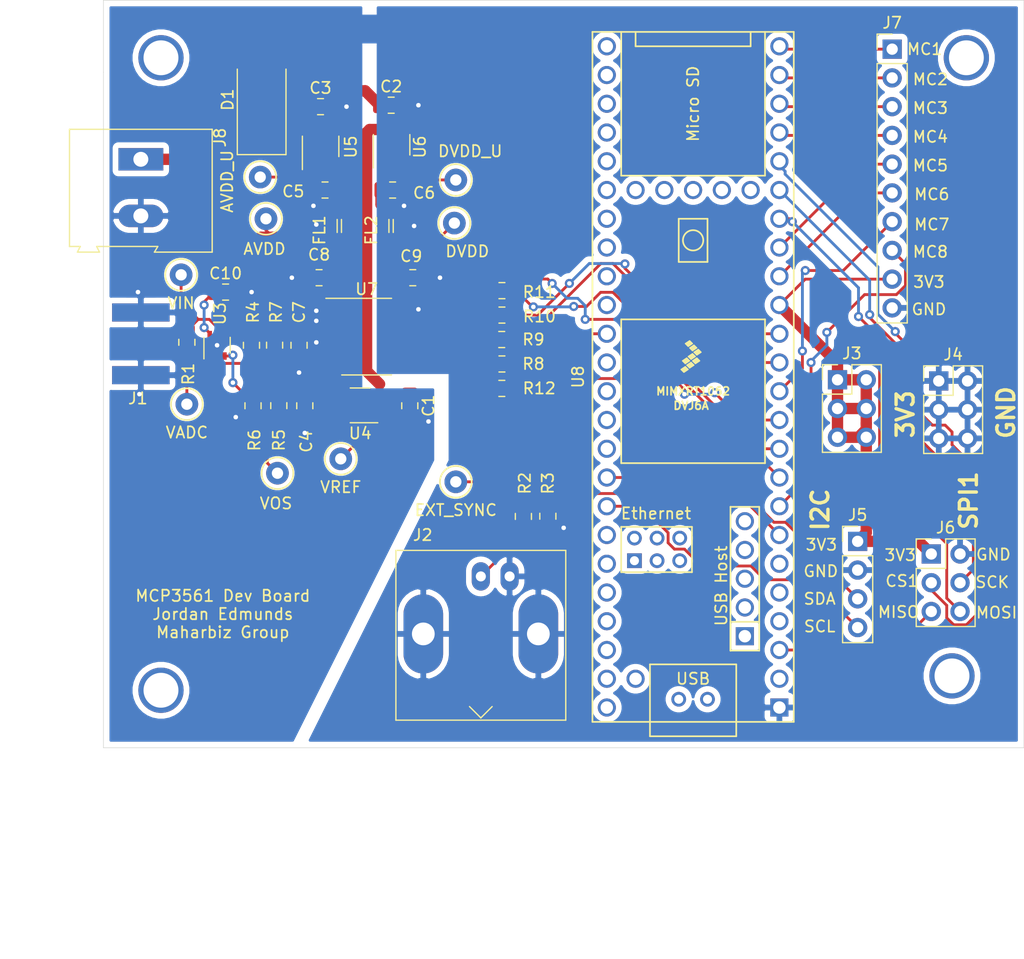
<source format=kicad_pcb>
(kicad_pcb (version 20171130) (host pcbnew "(5.1.6-0-10_14)")
  (layers (0 F.Cu signal) (31 B.Cu signal) (34 B.Paste user) (35 F.Paste user) (36 B.SilkS user) (37 F.SilkS user) (38 B.Mask user) (39 F.Mask user) (44 Edge.Cuts user))
  (net 0 "")
  (net 1 GND)
  (net 2 +7.5V)
  (net 3 /VREF)
  (net 4 /AVDD_U)
  (net 5 /DVDD_U)
  (net 6 /VADC_F)
  (net 7 /AVDD)
  (net 8 /DVDD)
  (net 9 "Net-(J1-Pad1)")
  (net 10 /EXT_SYNCI)
  (net 11 /3V3)
  (net 12 /SCL)
  (net 13 /SDA)
  (net 14 /MOSI1)
  (net 15 /MISO1)
  (net 16 /SCK1)
  (net 17 /CS1)
  (net 18 /MC8)
  (net 19 /MC7)
  (net 20 /MC6)
  (net 21 /MC5)
  (net 22 /MC4)
  (net 23 /MC3)
  (net 24 /MC2)
  (net 25 /MC1)
  (net 26 /VIN)
  (net 27 /EXT_SYNC)
  (net 28 /VADC)
  (net 29 /VOS)
  (net 30 /SCK_A)
  (net 31 /SCK)
  (net 32 /SDI)
  (net 33 /MOSI)
  (net 34 /SDO)
  (net 35 /MISO)
  (net 36 /~IRQ_A)
  (net 37 /~IRQ)
  (net 38 "Net-(U4-Pad5)")
  (net 39 "Net-(U4-Pad1)")
  (net 40 "Net-(U5-Pad5)")
  (net 41 "Net-(U5-Pad3)")
  (net 42 "Net-(U6-Pad5)")
  (net 43 "Net-(U6-Pad3)")
  (net 44 /MCLK)
  (net 45 /~CS)
  (net 46 "Net-(U7-Pad12)")
  (net 47 "Net-(U7-Pad11)")
  (net 48 "Net-(U7-Pad10)")
  (net 49 "Net-(U7-Pad9)")
  (net 50 "Net-(U7-Pad8)")
  (net 51 "Net-(U7-Pad7)")
  (net 52 "Net-(U8-Pad67)")
  (net 53 "Net-(U8-Pad66)")
  (net 54 "Net-(U8-Pad54)")
  (net 55 "Net-(U8-Pad53)")
  (net 56 "Net-(U8-Pad52)")
  (net 57 "Net-(U8-Pad51)")
  (net 58 "Net-(U8-Pad50)")
  (net 59 "Net-(U8-Pad62)")
  (net 60 "Net-(U8-Pad63)")
  (net 61 "Net-(U8-Pad64)")
  (net 62 "Net-(U8-Pad61)")
  (net 63 "Net-(U8-Pad65)")
  (net 64 "Net-(U8-Pad60)")
  (net 65 "Net-(U8-Pad25)")
  (net 66 "Net-(U8-Pad34)")
  (net 67 "Net-(U8-Pad6)")
  (net 68 "Net-(U8-Pad5)")
  (net 69 "Net-(U8-Pad4)")
  (net 70 "Net-(U8-Pad2)")
  (net 71 "Net-(U8-Pad36)")
  (net 72 "Net-(U8-Pad37)")
  (net 73 "Net-(U8-Pad38)")
  (net 74 "Net-(U8-Pad39)")
  (net 75 "Net-(U8-Pad42)")
  (net 76 "Net-(U8-Pad43)")
  (net 77 "Net-(U8-Pad44)")
  (net 78 "Net-(U8-Pad45)")
  (net 79 "Net-(U8-Pad46)")
  (net 80 "Net-(U8-Pad47)")
  (net 81 "Net-(U8-Pad48)")
  (net 82 "Net-(U8-Pad55)")
  (net 83 "Net-(U8-Pad56)")
  (net 84 "Net-(U8-Pad57)")
  (net 85 "Net-(U8-Pad58)")
  (net 86 "Net-(U8-Pad59)")
  (net 87 "Net-(U8-Pad49)")
  (net 88 "Net-(U8-Pad30)")
  (net 89 "Net-(U8-Pad31)")
  (net 90 "Net-(U8-Pad32)")
  (net 91 "Net-(U8-Pad33)")
  (net 92 "Net-(U8-Pad28)")
  (net 93 "Net-(U8-Pad29)")
  (net 94 "Net-(U8-Pad26)")
  (net 95 "Net-(U8-Pad27)")
  (net 96 /~CS_A)
  (net 97 "Net-(D1-Pad1)")
  (module my_library_foot:TestPoint_Keystone_5000-5004_Miniature (layer F.Cu) (at 122.555 76.835)
    (fp_text reference TP9)
    (fp_text value EXT_SYNC (at 0 2.5) (layer F.SilkS))
    (pad 1 thru_hole circle (at 0 0) (size 2 2) (drill 1) (layers *.Cu *.Mask) (net 27 /EXT_SYNC))
  )
  (module my_library_foot:BNC_JACK_RA (layer F.Cu) (at 124.7648 80.6196 180)
    (fp_text reference J2 (at 5.1308 -0.9144) (layer F.SilkS))
    (fp_text value Conn_Coaxial)
    (pad 2 thru_hole oval (at 5.08 -9.652 180) (size 3.5 7) (drill 2.01) (layers *.Cu *.Mask) (net 1 GND))
    (pad 1 thru_hole oval (at 0 -4.572 180) (size 1.6 2.5) (drill 0.89) (layers *.Cu *.Mask) (net 10 /EXT_SYNCI))
    (pad 2 thru_hole oval (at -5.08 -9.652 180) (size 3.5 7) (drill 2.01) (layers *.Cu *.Mask) (net 1 GND))
    (pad 2 thru_hole oval (at -2.54 -4.572 180) (size 1.6 2.5) (drill 0.89) (layers *.Cu *.Mask) (net 1 GND))
  )
  (module TerminalBlock:TerminalBlock_Altech_AK300-2_P5.00mm (layer F.Cu) (at 94.742 48.34 270)
    (fp_text reference J8 (at -1.92 -6.99 90) (layer F.SilkS))
    (fp_text value Screw_Terminal_01x02)
    (pad 2 thru_hole oval (at 5 0 270) (size 1.98 3.96) (drill 1.32) (layers *.Cu *.Mask) (net 1 GND))
    (pad 1 thru_hole rect (at 0 0 270) (size 1.98 3.96) (drill 1.32) (layers *.Cu *.Mask) (net 97 "Net-(D1-Pad1)"))
  )
  (module Resistor_SMD:R_0805_2012Metric_Pad1.15x1.40mm_HandSolder (layer F.Cu) (at 126.619 68.58 180)
    (fp_text reference R12 (at -3.302 0) (layer F.SilkS))
    (fp_text value R_US)
    (pad 2 smd roundrect (at 1.025 0 180) (size 1.15 1.4) (layers F.Cu F.Paste F.Mask) (roundrect_rratio 0.217391) (net 96 /~CS_A))
    (pad 1 smd roundrect (at -1.025 0 180) (size 1.15 1.4) (layers F.Cu F.Paste F.Mask) (roundrect_rratio 0.217391) (net 45 /~CS))
  )
  (module Capacitor_SMD:C_0805_2012Metric_Pad1.15x1.40mm_HandSolder (layer F.Cu) (at 102.226 60.071)
    (fp_text reference C10 (at 0 -1.65) (layer F.SilkS))
    (fp_text value 470nF)
    (pad 2 smd roundrect (at 1.025 0) (size 1.15 1.4) (layers F.Cu F.Paste F.Mask) (roundrect_rratio 0.217391) (net 1 GND))
    (pad 1 smd roundrect (at -1.025 0) (size 1.15 1.4) (layers F.Cu F.Paste F.Mask) (roundrect_rratio 0.217391) (net 7 /AVDD))
  )
  (module Package_SO:TSSOP-20_4.4x6.5mm_P0.65mm (layer F.Cu) (at 114.681 64.008)
    (fp_text reference U7 (at 0 -4.2) (layer F.SilkS))
    (fp_text value MCP3561)
    (pad 20 smd roundrect (at 2.8625 -2.925) (size 1.475 0.4) (layers F.Cu F.Paste F.Mask) (net 8 /DVDD))
    (pad 19 smd roundrect (at 2.8625 -2.275) (size 1.475 0.4) (layers F.Cu F.Paste F.Mask) (net 1 GND))
    (pad 18 smd roundrect (at 2.8625 -1.625) (size 1.475 0.4) (layers F.Cu F.Paste F.Mask) (net 44 /MCLK))
    (pad 17 smd roundrect (at 2.8625 -0.975) (size 1.475 0.4) (layers F.Cu F.Paste F.Mask) (net 36 /~IRQ_A))
    (pad 16 smd roundrect (at 2.8625 -0.325) (size 1.475 0.4) (layers F.Cu F.Paste F.Mask) (net 34 /SDO))
    (pad 15 smd roundrect (at 2.8625 0.325) (size 1.475 0.4) (layers F.Cu F.Paste F.Mask) (net 32 /SDI))
    (pad 14 smd roundrect (at 2.8625 0.975) (size 1.475 0.4) (layers F.Cu F.Paste F.Mask) (net 30 /SCK_A))
    (pad 13 smd roundrect (at 2.8625 1.625) (size 1.475 0.4) (layers F.Cu F.Paste F.Mask) (net 96 /~CS_A))
    (pad 12 smd roundrect (at 2.8625 2.275) (size 1.475 0.4) (layers F.Cu F.Paste F.Mask) (net 46 "Net-(U7-Pad12)"))
    (pad 11 smd roundrect (at 2.8625 2.925) (size 1.475 0.4) (layers F.Cu F.Paste F.Mask) (net 47 "Net-(U7-Pad11)"))
    (pad 10 smd roundrect (at -2.8625 2.925) (size 1.475 0.4) (layers F.Cu F.Paste F.Mask) (net 48 "Net-(U7-Pad10)"))
    (pad 9 smd roundrect (at -2.8625 2.275) (size 1.475 0.4) (layers F.Cu F.Paste F.Mask) (net 49 "Net-(U7-Pad9)"))
    (pad 8 smd roundrect (at -2.8625 1.625) (size 1.475 0.4) (layers F.Cu F.Paste F.Mask) (net 50 "Net-(U7-Pad8)"))
    (pad 7 smd roundrect (at -2.8625 0.975) (size 1.475 0.4) (layers F.Cu F.Paste F.Mask) (net 51 "Net-(U7-Pad7)"))
    (pad 6 smd roundrect (at -2.8625 0.325) (size 1.475 0.4) (layers F.Cu F.Paste F.Mask) (net 1 GND))
    (pad 5 smd roundrect (at -2.8625 -0.325) (size 1.475 0.4) (layers F.Cu F.Paste F.Mask) (net 6 /VADC_F))
    (pad 4 smd roundrect (at -2.8625 -0.975) (size 1.475 0.4) (layers F.Cu F.Paste F.Mask) (net 3 /VREF))
    (pad 3 smd roundrect (at -2.8625 -1.625) (size 1.475 0.4) (layers F.Cu F.Paste F.Mask) (net 1 GND))
    (pad 2 smd roundrect (at -2.8625 -2.275) (size 1.475 0.4) (layers F.Cu F.Paste F.Mask) (net 1 GND))
    (pad 1 smd roundrect (at -2.8625 -2.925) (size 1.475 0.4) (layers F.Cu F.Paste F.Mask) (net 7 /AVDD))
  )
  (module teensy:Teensy41 (layer F.Cu) (at 143.51 67.564 90)
    (fp_text reference U8 (at 0 -10.16 90) (layer F.SilkS))
    (fp_text value Teensy4.1)
    (fp_text user "USB Host" (at -18.4658 2.4892 90) (layer F.SilkS))
    (fp_text user Ethernet (at -12.065 -3.2766) (layer F.SilkS))
    (fp_text user USB (at -26.67 0 180) (layer F.SilkS))
    (fp_text user "Micro SD" (at 24.13 0 90) (layer F.SilkS))
    (fp_text user MIMXRT1062 (at -1.27 0 180) (layer F.SilkS) (effects (font (size 0.7 0.7))))
    (fp_text user DVJ6A (at -2.54 -0.18 180) (layer F.SilkS) (effects (font (size 0.7 0.7))))
    (pad 67 thru_hole circle (at -28.48 -1.27 90) (size 1.3 1.3) (drill 0.8) (layers *.Cu *.Mask) (net 52 "Net-(U8-Pad67)"))
    (pad 66 thru_hole circle (at -28.48 1.27 90) (size 1.3 1.3) (drill 0.8) (layers *.Cu *.Mask) (net 53 "Net-(U8-Pad66)"))
    (pad 54 thru_hole circle (at 16.51 -5.08 90) (size 1.6 1.6) (drill 1.1) (layers *.Cu *.Mask) (net 54 "Net-(U8-Pad54)"))
    (pad 53 thru_hole circle (at 16.51 -2.54 90) (size 1.6 1.6) (drill 1.1) (layers *.Cu *.Mask) (net 55 "Net-(U8-Pad53)"))
    (pad 52 thru_hole circle (at 16.51 0 90) (size 1.6 1.6) (drill 1.1) (layers *.Cu *.Mask) (net 56 "Net-(U8-Pad52)"))
    (pad 51 thru_hole circle (at 16.51 2.54 90) (size 1.6 1.6) (drill 1.1) (layers *.Cu *.Mask) (net 57 "Net-(U8-Pad51)"))
    (pad 50 thru_hole circle (at 16.51 5.08 90) (size 1.6 1.6) (drill 1.1) (layers *.Cu *.Mask) (net 58 "Net-(U8-Pad50)"))
    (pad 62 thru_hole circle (at -16.24 -1.1816 90) (size 1.3 1.3) (drill 0.8) (layers *.Cu *.Mask) (net 59 "Net-(U8-Pad62)"))
    (pad 63 thru_hole circle (at -14.24 -1.1816 90) (size 1.3 1.3) (drill 0.8) (layers *.Cu *.Mask) (net 60 "Net-(U8-Pad63)"))
    (pad 64 thru_hole circle (at -14.24 -3.1816 90) (size 1.3 1.3) (drill 0.8) (layers *.Cu *.Mask) (net 61 "Net-(U8-Pad64)"))
    (pad 61 thru_hole circle (at -16.24 -3.1816 90) (size 1.3 1.3) (drill 0.8) (layers *.Cu *.Mask) (net 62 "Net-(U8-Pad61)"))
    (pad 65 thru_hole circle (at -14.24 -5.1816 90) (size 1.3 1.3) (drill 0.8) (layers *.Cu *.Mask) (net 63 "Net-(U8-Pad65)"))
    (pad 60 thru_hole rect (at -16.24 -5.1816 90) (size 1.3 1.3) (drill 0.8) (layers *.Cu *.Mask) (net 64 "Net-(U8-Pad60)"))
    (pad 17 thru_hole circle (at 11.43 7.62 90) (size 1.6 1.6) (drill 1.1) (layers *.Cu *.Mask) (net 21 /MC5))
    (pad 18 thru_hole circle (at 13.97 7.62 90) (size 1.6 1.6) (drill 1.1) (layers *.Cu *.Mask) (net 14 /MOSI1))
    (pad 19 thru_hole circle (at 16.51 7.62 90) (size 1.6 1.6) (drill 1.1) (layers *.Cu *.Mask) (net 16 /SCK1))
    (pad 20 thru_hole circle (at 19.05 7.62 90) (size 1.6 1.6) (drill 1.1) (layers *.Cu *.Mask) (net 17 /CS1))
    (pad 16 thru_hole circle (at 8.89 7.62 90) (size 1.6 1.6) (drill 1.1) (layers *.Cu *.Mask) (net 20 /MC6))
    (pad 15 thru_hole circle (at 6.35 7.62 90) (size 1.6 1.6) (drill 1.1) (layers *.Cu *.Mask) (net 11 /3V3))
    (pad 14 thru_hole circle (at 3.81 7.62 90) (size 1.6 1.6) (drill 1.1) (layers *.Cu *.Mask) (net 35 /MISO))
    (pad 21 thru_hole circle (at 21.59 7.62 90) (size 1.6 1.6) (drill 1.1) (layers *.Cu *.Mask) (net 22 /MC4))
    (pad 22 thru_hole circle (at 24.13 7.62 90) (size 1.6 1.6) (drill 1.1) (layers *.Cu *.Mask) (net 23 /MC3))
    (pad 23 thru_hole circle (at 26.67 7.62 90) (size 1.6 1.6) (drill 1.1) (layers *.Cu *.Mask) (net 24 /MC2))
    (pad 24 thru_hole circle (at 29.21 7.62 90) (size 1.6 1.6) (drill 1.1) (layers *.Cu *.Mask) (net 25 /MC1))
    (pad 25 thru_hole circle (at 29.21 -7.62 90) (size 1.6 1.6) (drill 1.1) (layers *.Cu *.Mask) (net 65 "Net-(U8-Pad25)"))
    (pad 26 thru_hole circle (at 26.67 -7.62 90) (size 1.6 1.6) (drill 1.1) (layers *.Cu *.Mask) (net 94 "Net-(U8-Pad26)"))
    (pad 27 thru_hole circle (at 24.13 -7.62 90) (size 1.6 1.6) (drill 1.1) (layers *.Cu *.Mask) (net 95 "Net-(U8-Pad27)"))
    (pad 28 thru_hole circle (at 21.59 -7.62 90) (size 1.6 1.6) (drill 1.1) (layers *.Cu *.Mask) (net 92 "Net-(U8-Pad28)"))
    (pad 29 thru_hole circle (at 19.05 -7.62 90) (size 1.6 1.6) (drill 1.1) (layers *.Cu *.Mask) (net 93 "Net-(U8-Pad29)"))
    (pad 30 thru_hole circle (at 16.51 -7.62 90) (size 1.6 1.6) (drill 1.1) (layers *.Cu *.Mask) (net 88 "Net-(U8-Pad30)"))
    (pad 31 thru_hole circle (at 13.97 -7.62 90) (size 1.6 1.6) (drill 1.1) (layers *.Cu *.Mask) (net 89 "Net-(U8-Pad31)"))
    (pad 32 thru_hole circle (at 11.43 -7.62 90) (size 1.6 1.6) (drill 1.1) (layers *.Cu *.Mask) (net 90 "Net-(U8-Pad32)"))
    (pad 33 thru_hole circle (at 8.89 -7.62 90) (size 1.6 1.6) (drill 1.1) (layers *.Cu *.Mask) (net 91 "Net-(U8-Pad33)"))
    (pad 34 thru_hole circle (at 6.35 -7.62 90) (size 1.6 1.6) (drill 1.1) (layers *.Cu *.Mask) (net 66 "Net-(U8-Pad34)"))
    (pad 13 thru_hole circle (at 1.27 7.62 90) (size 1.6 1.6) (drill 1.1) (layers *.Cu *.Mask) (net 33 /MOSI))
    (pad 12 thru_hole circle (at -1.27 7.62 90) (size 1.6 1.6) (drill 1.1) (layers *.Cu *.Mask) (net 19 /MC7))
    (pad 11 thru_hole circle (at -3.81 7.62 90) (size 1.6 1.6) (drill 1.1) (layers *.Cu *.Mask) (net 45 /~CS))
    (pad 10 thru_hole circle (at -6.35 7.62 90) (size 1.6 1.6) (drill 1.1) (layers *.Cu *.Mask) (net 37 /~IRQ))
    (pad 9 thru_hole circle (at -8.89 7.62 90) (size 1.6 1.6) (drill 1.1) (layers *.Cu *.Mask) (net 44 /MCLK))
    (pad 8 thru_hole circle (at -11.43 7.62 90) (size 1.6 1.6) (drill 1.1) (layers *.Cu *.Mask) (net 18 /MC8))
    (pad 7 thru_hole circle (at -13.97 7.62 90) (size 1.6 1.6) (drill 1.1) (layers *.Cu *.Mask) (net 27 /EXT_SYNC))
    (pad 6 thru_hole circle (at -16.51 7.62 90) (size 1.6 1.6) (drill 1.1) (layers *.Cu *.Mask) (net 67 "Net-(U8-Pad6)"))
    (pad 5 thru_hole circle (at -19.05 7.62 90) (size 1.6 1.6) (drill 1.1) (layers *.Cu *.Mask) (net 68 "Net-(U8-Pad5)"))
    (pad 4 thru_hole circle (at -21.59 7.62 90) (size 1.6 1.6) (drill 1.1) (layers *.Cu *.Mask) (net 69 "Net-(U8-Pad4)"))
    (pad 3 thru_hole circle (at -24.13 7.62 90) (size 1.6 1.6) (drill 1.1) (layers *.Cu *.Mask) (net 15 /MISO1))
    (pad 2 thru_hole circle (at -26.67 7.62 90) (size 1.6 1.6) (drill 1.1) (layers *.Cu *.Mask) (net 70 "Net-(U8-Pad2)"))
    (pad 1 thru_hole rect (at -29.21 7.62 90) (size 1.6 1.6) (drill 1.1) (layers *.Cu *.Mask) (net 1 GND))
    (pad 35 thru_hole circle (at 3.81 -7.62 90) (size 1.6 1.6) (drill 1.1) (layers *.Cu *.Mask) (net 31 /SCK))
    (pad 36 thru_hole circle (at 1.27 -7.62 90) (size 1.6 1.6) (drill 1.1) (layers *.Cu *.Mask) (net 71 "Net-(U8-Pad36)"))
    (pad 37 thru_hole circle (at -1.27 -7.62 90) (size 1.6 1.6) (drill 1.1) (layers *.Cu *.Mask) (net 72 "Net-(U8-Pad37)"))
    (pad 38 thru_hole circle (at -3.81 -7.62 90) (size 1.6 1.6) (drill 1.1) (layers *.Cu *.Mask) (net 73 "Net-(U8-Pad38)"))
    (pad 39 thru_hole circle (at -6.35 -7.62 90) (size 1.6 1.6) (drill 1.1) (layers *.Cu *.Mask) (net 74 "Net-(U8-Pad39)"))
    (pad 40 thru_hole circle (at -8.89 -7.62 90) (size 1.6 1.6) (drill 1.1) (layers *.Cu *.Mask) (net 13 /SDA))
    (pad 41 thru_hole circle (at -11.43 -7.62 90) (size 1.6 1.6) (drill 1.1) (layers *.Cu *.Mask) (net 12 /SCL))
    (pad 42 thru_hole circle (at -13.97 -7.62 90) (size 1.6 1.6) (drill 1.1) (layers *.Cu *.Mask) (net 75 "Net-(U8-Pad42)"))
    (pad 43 thru_hole circle (at -16.51 -7.62 90) (size 1.6 1.6) (drill 1.1) (layers *.Cu *.Mask) (net 76 "Net-(U8-Pad43)"))
    (pad 44 thru_hole circle (at -19.05 -7.62 90) (size 1.6 1.6) (drill 1.1) (layers *.Cu *.Mask) (net 77 "Net-(U8-Pad44)"))
    (pad 45 thru_hole circle (at -21.59 -7.62 90) (size 1.6 1.6) (drill 1.1) (layers *.Cu *.Mask) (net 78 "Net-(U8-Pad45)"))
    (pad 46 thru_hole circle (at -24.13 -7.62 90) (size 1.6 1.6) (drill 1.1) (layers *.Cu *.Mask) (net 79 "Net-(U8-Pad46)"))
    (pad 47 thru_hole circle (at -26.67 -7.62 90) (size 1.6 1.6) (drill 1.1) (layers *.Cu *.Mask) (net 80 "Net-(U8-Pad47)"))
    (pad 48 thru_hole circle (at -29.21 -7.62 90) (size 1.6 1.6) (drill 1.1) (layers *.Cu *.Mask) (net 81 "Net-(U8-Pad48)"))
    (pad 55 thru_hole rect (at -22.9108 4.5692 90) (size 1.6 1.6) (drill 1.1) (layers *.Cu *.Mask) (net 82 "Net-(U8-Pad55)"))
    (pad 56 thru_hole circle (at -20.3708 4.5692 90) (size 1.6 1.6) (drill 1.1) (layers *.Cu *.Mask) (net 83 "Net-(U8-Pad56)"))
    (pad 57 thru_hole circle (at -17.8308 4.5692 90) (size 1.6 1.6) (drill 1.1) (layers *.Cu *.Mask) (net 84 "Net-(U8-Pad57)"))
    (pad 58 thru_hole circle (at -15.2908 4.5692 90) (size 1.6 1.6) (drill 1.1) (layers *.Cu *.Mask) (net 85 "Net-(U8-Pad58)"))
    (pad 59 thru_hole circle (at -12.7508 4.5692 90) (size 1.6 1.6) (drill 1.1) (layers *.Cu *.Mask) (net 86 "Net-(U8-Pad59)"))
    (pad 49 thru_hole circle (at -26.67 -5.08 90) (size 1.6 1.6) (drill 1.1) (layers *.Cu *.Mask) (net 87 "Net-(U8-Pad49)"))
  )
  (module Package_TO_SOT_SMD:SOT-23-6_Handsoldering (layer F.Cu) (at 116.887 47.056 90)
    (fp_text reference U6 (at -0.188 2.493 90) (layer F.SilkS))
    (fp_text value ADP3330-X)
    (pad 5 smd rect (at 1.35 0 90) (size 1.56 0.65) (layers F.Cu F.Paste F.Mask) (net 42 "Net-(U6-Pad5)"))
    (pad 6 smd rect (at 1.35 -0.95 90) (size 1.56 0.65) (layers F.Cu F.Paste F.Mask) (net 2 +7.5V))
    (pad 4 smd rect (at 1.35 0.95 90) (size 1.56 0.65) (layers F.Cu F.Paste F.Mask) (net 1 GND))
    (pad 3 smd rect (at -1.35 0.95 90) (size 1.56 0.65) (layers F.Cu F.Paste F.Mask) (net 43 "Net-(U6-Pad3)"))
    (pad 2 smd rect (at -1.35 0 90) (size 1.56 0.65) (layers F.Cu F.Paste F.Mask) (net 2 +7.5V))
    (pad 1 smd rect (at -1.35 -0.95 90) (size 1.56 0.65) (layers F.Cu F.Paste F.Mask) (net 5 /DVDD_U))
  )
  (module Package_TO_SOT_SMD:SOT-23-6_Handsoldering (layer F.Cu) (at 110.617 47.197 90)
    (fp_text reference U5 (at -0.047 2.667 90) (layer F.SilkS))
    (fp_text value ADP3330-X)
    (pad 5 smd rect (at 1.35 0 90) (size 1.56 0.65) (layers F.Cu F.Paste F.Mask) (net 40 "Net-(U5-Pad5)"))
    (pad 6 smd rect (at 1.35 -0.95 90) (size 1.56 0.65) (layers F.Cu F.Paste F.Mask) (net 2 +7.5V))
    (pad 4 smd rect (at 1.35 0.95 90) (size 1.56 0.65) (layers F.Cu F.Paste F.Mask) (net 1 GND))
    (pad 3 smd rect (at -1.35 0.95 90) (size 1.56 0.65) (layers F.Cu F.Paste F.Mask) (net 41 "Net-(U5-Pad3)"))
    (pad 2 smd rect (at -1.35 0 90) (size 1.56 0.65) (layers F.Cu F.Paste F.Mask) (net 2 +7.5V))
    (pad 1 smd rect (at -1.35 -0.95 90) (size 1.56 0.65) (layers F.Cu F.Paste F.Mask) (net 4 /AVDD_U))
  )
  (module Package_TO_SOT_SMD:TSOT-23-5_HandSoldering (layer F.Cu) (at 114.114 70.104 180)
    (fp_text reference U4 (at 0 -2.45) (layer F.SilkS))
    (fp_text value ADR366)
    (pad 5 smd rect (at 1.71 -0.95 180) (size 2 0.65) (layers F.Cu F.Paste F.Mask) (net 38 "Net-(U4-Pad5)"))
    (pad 4 smd rect (at 1.71 0.95 180) (size 2 0.65) (layers F.Cu F.Paste F.Mask) (net 3 /VREF))
    (pad 3 smd rect (at -1.71 0.95 180) (size 2 0.65) (layers F.Cu F.Paste F.Mask) (net 2 +7.5V))
    (pad 2 smd rect (at -1.71 0 180) (size 2 0.65) (layers F.Cu F.Paste F.Mask) (net 1 GND))
    (pad 1 smd rect (at -1.71 -0.95 180) (size 2 0.65) (layers F.Cu F.Paste F.Mask) (net 39 "Net-(U4-Pad1)"))
  )
  (module Package_TO_SOT_SMD:SOT-353_SC-70-5 (layer F.Cu) (at 101.473 64.77 90)
    (fp_text reference U3 (at 2.794 0.254 90) (layer F.SilkS))
    (fp_text value TLV9051)
    (pad 5 smd rect (at 0.95 -0.65 90) (size 0.65 0.4) (layers F.Cu F.Paste F.Mask) (net 7 /AVDD))
    (pad 4 smd rect (at 0.95 0.65 90) (size 0.65 0.4) (layers F.Cu F.Paste F.Mask) (net 26 /VIN))
    (pad 2 smd rect (at -0.95 0 90) (size 0.65 0.4) (layers F.Cu F.Paste F.Mask) (net 1 GND))
    (pad 3 smd rect (at -0.95 0.65 90) (size 0.65 0.4) (layers F.Cu F.Paste F.Mask) (net 29 /VOS))
    (pad 1 smd rect (at -0.95 -0.65 90) (size 0.65 0.4) (layers F.Cu F.Paste F.Mask) (net 28 /VADC))
  )
  (module my_library_foot:TestPoint_Keystone_5000-5004_Miniature (layer F.Cu) (at 122.428 53.975)
    (fp_text reference TP8)
    (fp_text value DVDD (at 1.143 2.5) (layer F.SilkS))
    (pad 1 thru_hole circle (at 0 0) (size 2 2) (drill 1) (layers *.Cu *.Mask) (net 8 /DVDD))
  )
  (module my_library_foot:TestPoint_Keystone_5000-5004_Miniature (layer F.Cu) (at 105.791 53.594)
    (fp_text reference TP7)
    (fp_text value AVDD (at -0.127 2.667) (layer F.SilkS))
    (pad 1 thru_hole circle (at 0 0) (size 2 2) (drill 1) (layers *.Cu *.Mask) (net 7 /AVDD))
  )
  (module my_library_foot:TestPoint_Keystone_5000-5004_Miniature (layer F.Cu) (at 122.555 50.165)
    (fp_text reference TP6)
    (fp_text value DVDD_U (at 1.27 -2.54) (layer F.SilkS))
    (pad 1 thru_hole circle (at 0 0) (size 2 2) (drill 1) (layers *.Cu *.Mask) (net 5 /DVDD_U))
  )
  (module my_library_foot:TestPoint_Keystone_5000-5004_Miniature (layer F.Cu) (at 105.283 49.911)
    (fp_text reference TP5)
    (fp_text value AVDD_U (at -2.921 0.381 90) (layer F.SilkS))
    (pad 1 thru_hole circle (at 0 0) (size 2 2) (drill 1) (layers *.Cu *.Mask) (net 4 /AVDD_U))
  )
  (module my_library_foot:TestPoint_Keystone_5000-5004_Miniature (layer F.Cu) (at 112.395 74.803)
    (fp_text reference TP4)
    (fp_text value VREF (at 0 2.5) (layer F.SilkS))
    (pad 1 thru_hole circle (at 0 0) (size 2 2) (drill 1) (layers *.Cu *.Mask) (net 3 /VREF))
  )
  (module my_library_foot:TestPoint_Keystone_5000-5004_Miniature (layer F.Cu) (at 98.806 69.977)
    (fp_text reference TP3)
    (fp_text value VADC (at 0 2.5) (layer F.SilkS))
    (pad 1 thru_hole circle (at 0 0) (size 2 2) (drill 1) (layers *.Cu *.Mask) (net 28 /VADC))
  )
  (module my_library_foot:TestPoint_Keystone_5000-5004_Miniature (layer F.Cu) (at 98.298 58.547)
    (fp_text reference TP2)
    (fp_text value VIN (at 0 2.5) (layer F.SilkS))
    (pad 1 thru_hole circle (at 0 0) (size 2 2) (drill 1) (layers *.Cu *.Mask) (net 26 /VIN))
  )
  (module my_library_foot:TestPoint_Keystone_5000-5004_Miniature (layer F.Cu) (at 106.807 76.073)
    (fp_text reference TP1)
    (fp_text value VOS (at -0.127 2.667) (layer F.SilkS))
    (pad 1 thru_hole circle (at 0 0) (size 2 2) (drill 1) (layers *.Cu *.Mask) (net 29 /VOS))
  )
  (module Resistor_SMD:R_0805_2012Metric_Pad1.15x1.40mm_HandSolder (layer F.Cu) (at 126.628 59.944 180)
    (fp_text reference R11 (at -3.293 -0.127) (layer F.SilkS))
    (fp_text value 10R)
    (pad 2 smd roundrect (at 1.025 0 180) (size 1.15 1.4) (layers F.Cu F.Paste F.Mask) (roundrect_rratio 0.217391) (net 36 /~IRQ_A))
    (pad 1 smd roundrect (at -1.025 0 180) (size 1.15 1.4) (layers F.Cu F.Paste F.Mask) (roundrect_rratio 0.217391) (net 37 /~IRQ))
  )
  (module Resistor_SMD:R_0805_2012Metric_Pad1.15x1.40mm_HandSolder (layer F.Cu) (at 126.628 62.103 180)
    (fp_text reference R10 (at -3.311 -0.127) (layer F.SilkS))
    (fp_text value 10R)
    (pad 2 smd roundrect (at 1.025 0 180) (size 1.15 1.4) (layers F.Cu F.Paste F.Mask) (roundrect_rratio 0.217391) (net 34 /SDO))
    (pad 1 smd roundrect (at -1.025 0 180) (size 1.15 1.4) (layers F.Cu F.Paste F.Mask) (roundrect_rratio 0.217391) (net 35 /MISO))
  )
  (module Resistor_SMD:R_0805_2012Metric_Pad1.15x1.40mm_HandSolder (layer F.Cu) (at 126.61 64.262 180)
    (fp_text reference R9 (at -2.803 0) (layer F.SilkS))
    (fp_text value 10R)
    (pad 2 smd roundrect (at 1.025 0 180) (size 1.15 1.4) (layers F.Cu F.Paste F.Mask) (roundrect_rratio 0.217391) (net 32 /SDI))
    (pad 1 smd roundrect (at -1.025 0 180) (size 1.15 1.4) (layers F.Cu F.Paste F.Mask) (roundrect_rratio 0.217391) (net 33 /MOSI))
  )
  (module Resistor_SMD:R_0805_2012Metric_Pad1.15x1.40mm_HandSolder (layer F.Cu) (at 126.628 66.421 180)
    (fp_text reference R8 (at -2.785 0) (layer F.SilkS))
    (fp_text value 10R)
    (pad 2 smd roundrect (at 1.025 0 180) (size 1.15 1.4) (layers F.Cu F.Paste F.Mask) (roundrect_rratio 0.217391) (net 30 /SCK_A))
    (pad 1 smd roundrect (at -1.025 0 180) (size 1.15 1.4) (layers F.Cu F.Paste F.Mask) (roundrect_rratio 0.217391) (net 31 /SCK))
  )
  (module Resistor_SMD:R_0805_2012Metric_Pad1.15x1.40mm_HandSolder (layer F.Cu) (at 106.553 64.761 270)
    (fp_text reference R7 (at -2.912 -0.127 90) (layer F.SilkS))
    (fp_text value 100R)
    (pad 2 smd roundrect (at 1.025 0 270) (size 1.15 1.4) (layers F.Cu F.Paste F.Mask) (roundrect_rratio 0.217391) (net 28 /VADC))
    (pad 1 smd roundrect (at -1.025 0 270) (size 1.15 1.4) (layers F.Cu F.Paste F.Mask) (roundrect_rratio 0.217391) (net 6 /VADC_F))
  )
  (module Resistor_SMD:R_0805_2012Metric_Pad1.15x1.40mm_HandSolder (layer F.Cu) (at 104.648 70.113 270)
    (fp_text reference R6 (at 3.039 -0.127 90) (layer F.SilkS))
    (fp_text value 1k)
    (pad 2 smd roundrect (at 1.025 0 270) (size 1.15 1.4) (layers F.Cu F.Paste F.Mask) (roundrect_rratio 0.217391) (net 1 GND))
    (pad 1 smd roundrect (at -1.025 0 270) (size 1.15 1.4) (layers F.Cu F.Paste F.Mask) (roundrect_rratio 0.217391) (net 29 /VOS))
  )
  (module Resistor_SMD:R_0805_2012Metric_Pad1.15x1.40mm_HandSolder (layer F.Cu) (at 106.925 70.104 90)
    (fp_text reference R5 (at -3.048 0.009 90) (layer F.SilkS))
    (fp_text value 3k)
    (pad 2 smd roundrect (at 1.025 0 90) (size 1.15 1.4) (layers F.Cu F.Paste F.Mask) (roundrect_rratio 0.217391) (net 29 /VOS))
    (pad 1 smd roundrect (at -1.025 0 90) (size 1.15 1.4) (layers F.Cu F.Paste F.Mask) (roundrect_rratio 0.217391) (net 3 /VREF))
  )
  (module Resistor_SMD:R_0805_2012Metric_Pad1.15x1.40mm_HandSolder (layer F.Cu) (at 104.512 64.77 90)
    (fp_text reference R4 (at 2.921 0.136 90) (layer F.SilkS))
    (fp_text value 10k)
    (pad 2 smd roundrect (at 1.025 0 90) (size 1.15 1.4) (layers F.Cu F.Paste F.Mask) (roundrect_rratio 0.217391) (net 26 /VIN))
    (pad 1 smd roundrect (at -1.025 0 90) (size 1.15 1.4) (layers F.Cu F.Paste F.Mask) (roundrect_rratio 0.217391) (net 28 /VADC))
  )
  (module Resistor_SMD:R_0805_2012Metric_Pad1.15x1.40mm_HandSolder (layer F.Cu) (at 130.683 79.874 270)
    (fp_text reference R3 (at -2.912 0 90) (layer F.SilkS))
    (fp_text value 1k)
    (pad 2 smd roundrect (at 1.025 0 270) (size 1.15 1.4) (layers F.Cu F.Paste F.Mask) (roundrect_rratio 0.217391) (net 1 GND))
    (pad 1 smd roundrect (at -1.025 0 270) (size 1.15 1.4) (layers F.Cu F.Paste F.Mask) (roundrect_rratio 0.217391) (net 27 /EXT_SYNC))
  )
  (module Resistor_SMD:R_0805_2012Metric_Pad1.15x1.40mm_HandSolder (layer F.Cu) (at 128.524 79.892 90)
    (fp_text reference R2 (at 2.93 0.127 90) (layer F.SilkS))
    (fp_text value 320R)
    (pad 2 smd roundrect (at 1.025 0 90) (size 1.15 1.4) (layers F.Cu F.Paste F.Mask) (roundrect_rratio 0.217391) (net 27 /EXT_SYNC))
    (pad 1 smd roundrect (at -1.025 0 90) (size 1.15 1.4) (layers F.Cu F.Paste F.Mask) (roundrect_rratio 0.217391) (net 10 /EXT_SYNCI))
  )
  (module Resistor_SMD:R_0805_2012Metric_Pad1.15x1.40mm_HandSolder (layer F.Cu) (at 98.806 64.507 270)
    (fp_text reference R1 (at 2.803 -0.127 90) (layer F.SilkS))
    (fp_text value 10k)
    (pad 2 smd roundrect (at 1.025 0 270) (size 1.15 1.4) (layers F.Cu F.Paste F.Mask) (roundrect_rratio 0.217391) (net 9 "Net-(J1-Pad1)"))
    (pad 1 smd roundrect (at -1.025 0 270) (size 1.15 1.4) (layers F.Cu F.Paste F.Mask) (roundrect_rratio 0.217391) (net 26 /VIN))
  )
  (module Connector_PinHeader_2.54mm:PinHeader_1x10_P2.54mm_Vertical (layer F.Cu) (at 161.0868 38.608)
    (fp_text reference J7 (at 0 -2.33) (layer F.SilkS))
    (fp_text value Conn_01x10_Male)
    (pad 10 thru_hole oval (at 0 22.86) (size 1.7 1.7) (drill 1) (layers *.Cu *.Mask) (net 1 GND))
    (pad 9 thru_hole oval (at 0 20.32) (size 1.7 1.7) (drill 1) (layers *.Cu *.Mask) (net 11 /3V3))
    (pad 8 thru_hole oval (at 0 17.78) (size 1.7 1.7) (drill 1) (layers *.Cu *.Mask) (net 18 /MC8))
    (pad 7 thru_hole oval (at 0 15.24) (size 1.7 1.7) (drill 1) (layers *.Cu *.Mask) (net 19 /MC7))
    (pad 6 thru_hole oval (at 0 12.7) (size 1.7 1.7) (drill 1) (layers *.Cu *.Mask) (net 20 /MC6))
    (pad 5 thru_hole oval (at 0 10.16) (size 1.7 1.7) (drill 1) (layers *.Cu *.Mask) (net 21 /MC5))
    (pad 4 thru_hole oval (at 0 7.62) (size 1.7 1.7) (drill 1) (layers *.Cu *.Mask) (net 22 /MC4))
    (pad 3 thru_hole oval (at 0 5.08) (size 1.7 1.7) (drill 1) (layers *.Cu *.Mask) (net 23 /MC3))
    (pad 2 thru_hole oval (at 0 2.54) (size 1.7 1.7) (drill 1) (layers *.Cu *.Mask) (net 24 /MC2))
    (pad 1 thru_hole rect (at 0 0) (size 1.7 1.7) (drill 1) (layers *.Cu *.Mask) (net 25 /MC1))
  )
  (module Connector_PinHeader_2.54mm:PinHeader_2x03_P2.54mm_Vertical (layer F.Cu) (at 164.5412 83.2104)
    (fp_text reference J6 (at 1.27 -2.33) (layer F.SilkS))
    (fp_text value Conn_02x03_Counter_Clockwise)
    (pad 6 thru_hole oval (at 2.54 5.08) (size 1.7 1.7) (drill 1) (layers *.Cu *.Mask) (net 14 /MOSI1))
    (pad 5 thru_hole oval (at 0 5.08) (size 1.7 1.7) (drill 1) (layers *.Cu *.Mask) (net 15 /MISO1))
    (pad 4 thru_hole oval (at 2.54 2.54) (size 1.7 1.7) (drill 1) (layers *.Cu *.Mask) (net 16 /SCK1))
    (pad 3 thru_hole oval (at 0 2.54) (size 1.7 1.7) (drill 1) (layers *.Cu *.Mask) (net 17 /CS1))
    (pad 2 thru_hole oval (at 2.54 0) (size 1.7 1.7) (drill 1) (layers *.Cu *.Mask) (net 1 GND))
    (pad 1 thru_hole rect (at 0 0) (size 1.7 1.7) (drill 1) (layers *.Cu *.Mask) (net 11 /3V3))
  )
  (module Connector_PinHeader_2.54mm:PinHeader_1x04_P2.54mm_Vertical (layer F.Cu) (at 158.0388 82.0928)
    (fp_text reference J5 (at 0 -2.33) (layer F.SilkS))
    (fp_text value Conn_01x04)
    (pad 4 thru_hole oval (at 0 7.62) (size 1.7 1.7) (drill 1) (layers *.Cu *.Mask) (net 12 /SCL))
    (pad 3 thru_hole oval (at 0 5.08) (size 1.7 1.7) (drill 1) (layers *.Cu *.Mask) (net 13 /SDA))
    (pad 2 thru_hole oval (at 0 2.54) (size 1.7 1.7) (drill 1) (layers *.Cu *.Mask) (net 1 GND))
    (pad 1 thru_hole rect (at 0 0) (size 1.7 1.7) (drill 1) (layers *.Cu *.Mask) (net 11 /3V3))
  )
  (module Connector_PinHeader_2.54mm:PinHeader_2x03_P2.54mm_Vertical (layer F.Cu) (at 165.2016 67.9196)
    (fp_text reference J4 (at 1.27 -2.33) (layer F.SilkS))
    (fp_text value Conn_02x03_Counter_Clockwise)
    (pad 6 thru_hole oval (at 2.54 5.08) (size 1.7 1.7) (drill 1) (layers *.Cu *.Mask) (net 1 GND))
    (pad 5 thru_hole oval (at 0 5.08) (size 1.7 1.7) (drill 1) (layers *.Cu *.Mask) (net 1 GND))
    (pad 4 thru_hole oval (at 2.54 2.54) (size 1.7 1.7) (drill 1) (layers *.Cu *.Mask) (net 1 GND))
    (pad 3 thru_hole oval (at 0 2.54) (size 1.7 1.7) (drill 1) (layers *.Cu *.Mask) (net 1 GND))
    (pad 2 thru_hole oval (at 2.54 0) (size 1.7 1.7) (drill 1) (layers *.Cu *.Mask) (net 1 GND))
    (pad 1 thru_hole rect (at 0 0) (size 1.7 1.7) (drill 1) (layers *.Cu *.Mask) (net 1 GND))
  )
  (module Connector_PinHeader_2.54mm:PinHeader_2x03_P2.54mm_Vertical (layer F.Cu) (at 156.2608 67.818)
    (fp_text reference J3 (at 1.27 -2.33) (layer F.SilkS))
    (fp_text value Conn_02x03_Counter_Clockwise)
    (pad 6 thru_hole oval (at 2.54 5.08) (size 1.7 1.7) (drill 1) (layers *.Cu *.Mask) (net 11 /3V3))
    (pad 5 thru_hole oval (at 0 5.08) (size 1.7 1.7) (drill 1) (layers *.Cu *.Mask) (net 11 /3V3))
    (pad 4 thru_hole oval (at 2.54 2.54) (size 1.7 1.7) (drill 1) (layers *.Cu *.Mask) (net 11 /3V3))
    (pad 3 thru_hole oval (at 0 2.54) (size 1.7 1.7) (drill 1) (layers *.Cu *.Mask) (net 11 /3V3))
    (pad 2 thru_hole oval (at 2.54 0) (size 1.7 1.7) (drill 1) (layers *.Cu *.Mask) (net 11 /3V3))
    (pad 1 thru_hole rect (at 0 0) (size 1.7 1.7) (drill 1) (layers *.Cu *.Mask) (net 11 /3V3))
  )
  (module my_library_foot:CON-SMA-EDGE-S (layer F.Cu) (at 96.462 64.643)
    (fp_text reference J1 (at -1.9812 4.826) (layer F.SilkS))
    (fp_text value Conn_Coaxial)
    (pad 2 smd rect (at -1.72 2.77) (size 5.08 1.6) (layers B.Cu B.Paste B.Mask) (net 1 GND))
    (pad 2 smd rect (at -1.72 -2.77) (size 5.08 1.6) (layers B.Cu B.Paste B.Mask) (net 1 GND))
    (pad 2 smd rect (at -1.72 2.77) (size 5.08 1.6) (layers F.Cu F.Paste F.Mask) (net 1 GND))
    (pad 2 smd rect (at -1.72 -2.77) (size 5.08 1.6) (layers F.Cu F.Paste F.Mask) (net 1 GND))
    (pad 1 smd rect (at -1.72 0) (size 5.08 1.6) (layers F.Cu F.Paste F.Mask) (net 9 "Net-(J1-Pad1)"))
  )
  (module my_library_foot:m3_mounting_hole (layer F.Cu) (at 166.37 93.98)
    (fp_text reference H4 (at 0 0.5) (layer F.SilkS))
    (fp_text value MountingHole)
    (pad 1 thru_hole circle (at 0 0) (size 4 4) (drill 3.08) (layers *.Cu *.Mask))
  )
  (module my_library_foot:m3_mounting_hole (layer F.Cu) (at 167.64 39.37)
    (fp_text reference H3 (at 0 0.5) (layer F.SilkS))
    (fp_text value MountingHole)
    (pad 1 thru_hole circle (at 0 0) (size 4 4) (drill 3.08) (layers *.Cu *.Mask))
  )
  (module my_library_foot:m3_mounting_hole (layer F.Cu) (at 96.52 39.37)
    (fp_text reference H2 (at 0 0.5) (layer F.SilkS))
    (fp_text value MountingHole)
    (pad 1 thru_hole circle (at 0 0) (size 4 4) (drill 3.08) (layers *.Cu *.Mask))
  )
  (module my_library_foot:m3_mounting_hole (layer F.Cu) (at 96.52 95.25)
    (fp_text reference H1 (at 0 0.5) (layer F.SilkS))
    (fp_text value MountingHole)
    (pad 1 thru_hole circle (at 0 0) (size 4 4) (drill 3.08) (layers *.Cu *.Mask))
  )
  (module my_library_foot:0805_3TERM (layer F.Cu) (at 116.84 53.213 270)
    (fp_text reference FL2 (at 1.397 1.7526 90) (layer F.SilkS))
    (fp_text value EMI_Filter_LCL hide)
    (pad 2 smd rect (at 1.016 0.575 270) (size 0.6 0.85) (drill (offset 0 0.15)) (layers F.Cu F.Paste F.Mask) (net 1 GND))
    (pad 2 smd rect (at 1.016 -0.575 270) (size 0.6 0.85) (drill (offset 0 -0.15)) (layers F.Cu F.Paste F.Mask) (net 1 GND))
    (pad 3 smd rect (at 2 0 270) (size 0.8 0.8) (drill (offset 0.1 0)) (layers F.Cu F.Paste F.Mask) (net 8 /DVDD))
    (pad 1 smd rect (at 0 0 270) (size 0.8 0.8) (drill (offset -0.1 0)) (layers F.Cu F.Paste F.Mask) (net 5 /DVDD_U))
  )
  (module my_library_foot:0805_3TERM (layer F.Cu) (at 112.268 53.213 270)
    (fp_text reference FL1 (at 1.397 1.7526 90) (layer F.SilkS))
    (fp_text value EMI_Filter_LCL hide)
    (pad 2 smd rect (at 1.016 0.575 270) (size 0.6 0.85) (drill (offset 0 0.15)) (layers F.Cu F.Paste F.Mask) (net 1 GND))
    (pad 2 smd rect (at 1.016 -0.575 270) (size 0.6 0.85) (drill (offset 0 -0.15)) (layers F.Cu F.Paste F.Mask) (net 1 GND))
    (pad 3 smd rect (at 2 0 270) (size 0.8 0.8) (drill (offset 0.1 0)) (layers F.Cu F.Paste F.Mask) (net 7 /AVDD))
    (pad 1 smd rect (at 0 0 270) (size 0.8 0.8) (drill (offset -0.1 0)) (layers F.Cu F.Paste F.Mask) (net 4 /AVDD_U))
  )
  (module Diode_SMD:D_SMA-SMB_Universal_Handsoldering (layer F.Cu) (at 105.41 43.074 90)
    (fp_text reference D1 (at 0 -3 90) (layer F.SilkS))
    (fp_text value DIODE)
    (pad 2 smd trapezoid (at 2.9 0 270) (size 3.6 1.7) (rect_delta 0.6 0) (layers F.Cu F.Paste F.Mask) (net 2 +7.5V))
    (pad 1 smd trapezoid (at -2.9 0 90) (size 3.6 1.7) (rect_delta 0.6 0) (layers F.Cu F.Paste F.Mask) (net 97 "Net-(D1-Pad1)"))
  )
  (module Capacitor_SMD:C_0805_2012Metric_Pad1.15x1.40mm_HandSolder (layer F.Cu) (at 118.754 58.801)
    (fp_text reference C9 (at -0.136 -1.905) (layer F.SilkS))
    (fp_text value 470nF)
    (pad 2 smd roundrect (at 1.025 0) (size 1.15 1.4) (layers F.Cu F.Paste F.Mask) (roundrect_rratio 0.217391) (net 1 GND))
    (pad 1 smd roundrect (at -1.025 0) (size 1.15 1.4) (layers F.Cu F.Paste F.Mask) (roundrect_rratio 0.217391) (net 8 /DVDD))
  )
  (module Capacitor_SMD:C_0805_2012Metric_Pad1.15x1.40mm_HandSolder (layer F.Cu) (at 110.481 58.801 180)
    (fp_text reference C8 (at 0 2.032) (layer F.SilkS))
    (fp_text value 470nF)
    (pad 2 smd roundrect (at 1.025 0 180) (size 1.15 1.4) (layers F.Cu F.Paste F.Mask) (roundrect_rratio 0.217391) (net 1 GND))
    (pad 1 smd roundrect (at -1.025 0 180) (size 1.15 1.4) (layers F.Cu F.Paste F.Mask) (roundrect_rratio 0.217391) (net 7 /AVDD))
  )
  (module Capacitor_SMD:C_0805_2012Metric_Pad1.15x1.40mm_HandSolder (layer F.Cu) (at 108.712 64.77 270)
    (fp_text reference C7 (at -2.921 0 90) (layer F.SilkS))
    (fp_text value 100nF)
    (pad 2 smd roundrect (at 1.025 0 270) (size 1.15 1.4) (layers F.Cu F.Paste F.Mask) (roundrect_rratio 0.217391) (net 1 GND))
    (pad 1 smd roundrect (at -1.025 0 270) (size 1.15 1.4) (layers F.Cu F.Paste F.Mask) (roundrect_rratio 0.217391) (net 6 /VADC_F))
  )
  (module Capacitor_SMD:C_0805_2012Metric_Pad1.15x1.40mm_HandSolder (layer F.Cu) (at 116.976 51.054)
    (fp_text reference C6 (at 2.785 0.254) (layer F.SilkS))
    (fp_text value 470nF)
    (pad 2 smd roundrect (at 1.025 0) (size 1.15 1.4) (layers F.Cu F.Paste F.Mask) (roundrect_rratio 0.217391) (net 1 GND))
    (pad 1 smd roundrect (at -1.025 0) (size 1.15 1.4) (layers F.Cu F.Paste F.Mask) (roundrect_rratio 0.217391) (net 5 /DVDD_U))
  )
  (module Capacitor_SMD:C_0805_2012Metric_Pad1.15x1.40mm_HandSolder (layer F.Cu) (at 111.007 51.054 180)
    (fp_text reference C5 (at 2.803 -0.127) (layer F.SilkS))
    (fp_text value 470nF)
    (pad 2 smd roundrect (at 1.025 0 180) (size 1.15 1.4) (layers F.Cu F.Paste F.Mask) (roundrect_rratio 0.217391) (net 1 GND))
    (pad 1 smd roundrect (at -1.025 0 180) (size 1.15 1.4) (layers F.Cu F.Paste F.Mask) (roundrect_rratio 0.217391) (net 4 /AVDD_U))
  )
  (module Capacitor_SMD:C_0805_2012Metric_Pad1.15x1.40mm_HandSolder (layer F.Cu) (at 109.22 70.113 270)
    (fp_text reference C4 (at 3.166 -0.127 90) (layer F.SilkS))
    (fp_text value 470nF)
    (pad 2 smd roundrect (at 1.025 0 270) (size 1.15 1.4) (layers F.Cu F.Paste F.Mask) (roundrect_rratio 0.217391) (net 1 GND))
    (pad 1 smd roundrect (at -1.025 0 270) (size 1.15 1.4) (layers F.Cu F.Paste F.Mask) (roundrect_rratio 0.217391) (net 3 /VREF))
  )
  (module Capacitor_SMD:C_0805_2012Metric_Pad1.15x1.40mm_HandSolder (layer F.Cu) (at 110.608 43.688)
    (fp_text reference C3 (at 0 -1.65) (layer F.SilkS))
    (fp_text value 470nF)
    (pad 2 smd roundrect (at 1.025 0) (size 1.15 1.4) (layers F.Cu F.Paste F.Mask) (roundrect_rratio 0.217391) (net 1 GND))
    (pad 1 smd roundrect (at -1.025 0) (size 1.15 1.4) (layers F.Cu F.Paste F.Mask) (roundrect_rratio 0.217391) (net 2 +7.5V))
  )
  (module Capacitor_SMD:C_0805_2012Metric_Pad1.15x1.40mm_HandSolder (layer F.Cu) (at 116.849 43.561)
    (fp_text reference C2 (at 0 -1.65) (layer F.SilkS))
    (fp_text value 470nF)
    (pad 2 smd roundrect (at 1.025 0) (size 1.15 1.4) (layers F.Cu F.Paste F.Mask) (roundrect_rratio 0.217391) (net 1 GND))
    (pad 1 smd roundrect (at -1.025 0) (size 1.15 1.4) (layers F.Cu F.Paste F.Mask) (roundrect_rratio 0.217391) (net 2 +7.5V))
  )
  (module Capacitor_SMD:C_0805_2012Metric_Pad1.15x1.40mm_HandSolder (layer F.Cu) (at 118.491 70.113 270)
    (fp_text reference C1 (at 0 -1.65 90) (layer F.SilkS))
    (fp_text value 470nF)
    (pad 2 smd roundrect (at 1.025 0 270) (size 1.15 1.4) (layers F.Cu F.Paste F.Mask) (roundrect_rratio 0.217391) (net 1 GND))
    (pad 1 smd roundrect (at -1.025 0 270) (size 1.15 1.4) (layers F.Cu F.Paste F.Mask) (roundrect_rratio 0.217391) (net 2 +7.5V))
  )
  (gr_text MC1 (at 163.957 38.608) (layer F.SilkS) (effects (font (size 1 1))))
  (gr_text MC2 (at 164.465 41.275) (layer F.SilkS) (effects (font (size 1 1))))
  (gr_text MC3 (at 164.465 43.815) (layer F.SilkS) (effects (font (size 1 1))))
  (gr_text MC4 (at 164.465 46.355) (layer F.SilkS) (effects (font (size 1 1))))
  (gr_text MC5 (at 164.465 48.895) (layer F.SilkS) (effects (font (size 1 1))))
  (gr_text MC6 (at 164.592 51.435) (layer F.SilkS) (effects (font (size 1 1))))
  (gr_text MC7 (at 164.592 54.102) (layer F.SilkS) (effects (font (size 1 1))))
  (gr_text MC8 (at 164.465 56.515) (layer F.SilkS) (effects (font (size 1 1))))
  (gr_text 3V3 (at 164.338 59.182) (layer F.SilkS) (effects (font (size 1 1))))
  (gr_text GND (at 164.338 61.595) (layer F.SilkS) (effects (font (size 1 1))))
  (gr_text "MCP3561 Dev Board\nJordan Edmunds\nMaharbiz Group" (at 101.981 88.519) (layer F.SilkS) (effects (font (size 1 1))))
  (gr_line (start 91.44 34.29) (end 91.44 40.64) (layer Edge.Cuts) (width 0.05))
  (gr_line (start 172.72 34.29) (end 91.44 34.29) (layer Edge.Cuts) (width 0.05))
  (gr_line (start 172.72 100.33) (end 172.72 34.29) (layer Edge.Cuts) (width 0.05))
  (gr_line (start 91.44 100.33) (end 172.72 100.33) (layer Edge.Cuts) (width 0.05))
  (gr_line (start 91.44 40.64) (end 91.44 100.33) (layer Edge.Cuts) (width 0.05))
  (gr_text GND (at 170.0276 83.2612) (layer F.SilkS) (effects (font (size 1 1))))
  (gr_text SCK (at 169.926 85.6996) (layer F.SilkS) (effects (font (size 1 1))))
  (gr_text MOSI (at 170.307 88.392) (layer F.SilkS) (effects (font (size 1 1))))
  (gr_text MISO (at 161.6456 88.3412) (layer F.SilkS) (effects (font (size 1 1))))
  (gr_text CS1 (at 161.9504 85.598) (layer F.SilkS) (effects (font (size 1 1))))
  (gr_text 3V3 (at 161.798 83.312) (layer F.SilkS) (effects (font (size 1 1))))
  (gr_text "SCL\n" (at 154.686 89.6112) (layer F.SilkS) (effects (font (size 1 1))))
  (gr_text SDA (at 154.686 87.1728) (layer F.SilkS) (effects (font (size 1 1))))
  (gr_text GND (at 154.7876 84.7344) (layer F.SilkS) (effects (font (size 1 1))))
  (gr_text 3V3 (at 154.8384 82.3976) (layer F.SilkS) (effects (font (size 1 1))))
  (gr_text I2C (at 154.7368 79.2988 90) (layer F.SilkS) (effects (font (size 1.5 1.5) (thickness 0.3))))
  (gr_text SPI1 (at 167.8432 78.486 90) (layer F.SilkS) (effects (font (size 1.5 1.5) (thickness 0.3))))
  (gr_text 3V3 (at 162.2552 70.866 90) (layer F.SilkS) (effects (font (size 1.5 1.5) (thickness 0.3))))
  (gr_text GND (at 171.1452 70.7136 90) (layer F.SilkS) (effects (font (size 1.5 1.5) (thickness 0.3))))
  (via (at 101.473 64.77) (size 0.8) (drill 0.4) (layers F.Cu B.Cu) (net 1))
  (segment (start 101.473 65.72) (end 101.473 64.77) (width 0.25) (layer F.Cu) (net 1))
  (via (at 109.22 72.517) (size 0.8) (drill 0.4) (layers F.Cu B.Cu) (net 1))
  (segment (start 109.22 71.138) (end 109.22 72.517) (width 0.25) (layer F.Cu) (net 1))
  (via (at 103.124 71.12) (size 0.8) (drill 0.4) (layers F.Cu B.Cu) (net 1))
  (segment (start 103.142 71.138) (end 103.124 71.12) (width 0.25) (layer F.Cu) (net 1))
  (segment (start 104.648 71.138) (end 103.142 71.138) (width 0.25) (layer F.Cu) (net 1))
  (via (at 110.236 61.722) (size 0.8) (drill 0.4) (layers F.Cu B.Cu) (net 1))
  (segment (start 110.247 61.733) (end 110.236 61.722) (width 0.25) (layer F.Cu) (net 1))
  (segment (start 111.8185 61.733) (end 110.247 61.733) (width 0.25) (layer F.Cu) (net 1))
  (via (at 119.253 61.595) (size 0.8) (drill 0.4) (layers F.Cu B.Cu) (net 1))
  (segment (start 119.115 61.733) (end 119.253 61.595) (width 0.25) (layer F.Cu) (net 1))
  (segment (start 117.5435 61.733) (end 119.115 61.733) (width 0.25) (layer F.Cu) (net 1))
  (via (at 121.158 58.801) (size 0.8) (drill 0.4) (layers F.Cu B.Cu) (net 1))
  (segment (start 119.779 58.801) (end 121.158 58.801) (width 0.25) (layer F.Cu) (net 1))
  (via (at 108.077 58.801) (size 0.8) (drill 0.4) (layers F.Cu B.Cu) (net 1))
  (segment (start 109.456 58.801) (end 108.077 58.801) (width 0.25) (layer F.Cu) (net 1))
  (via (at 109.982 52.451) (size 0.8) (drill 0.4) (layers F.Cu B.Cu) (net 1))
  (segment (start 109.982 51.054) (end 109.982 52.451) (width 0.25) (layer F.Cu) (net 1))
  (via (at 117.983 52.451) (size 0.8) (drill 0.4) (layers F.Cu B.Cu) (net 1))
  (segment (start 118.001 52.433) (end 117.983 52.451) (width 0.25) (layer F.Cu) (net 1))
  (segment (start 118.001 51.054) (end 118.001 52.433) (width 0.25) (layer F.Cu) (net 1))
  (segment (start 117.874 45.669) (end 117.837 45.706) (width 0.25) (layer F.Cu) (net 1))
  (segment (start 117.874 43.561) (end 117.874 45.669) (width 0.25) (layer F.Cu) (net 1))
  (segment (start 111.567 43.754) (end 111.633 43.688) (width 0.25) (layer F.Cu) (net 1))
  (segment (start 111.567 45.847) (end 111.567 43.754) (width 0.25) (layer F.Cu) (net 1))
  (segment (start 111.633 43.688) (end 112.903 43.688) (width 0.25) (layer F.Cu) (net 1))
  (via (at 112.903 43.688) (size 0.8) (drill 0.4) (layers F.Cu B.Cu) (net 1))
  (via (at 119.253 43.561) (size 0.8) (drill 0.4) (layers F.Cu B.Cu) (net 1))
  (segment (start 117.874 43.561) (end 119.253 43.561) (width 0.25) (layer F.Cu) (net 1))
  (via (at 132.08 80.899) (size 0.8) (drill 0.4) (layers F.Cu B.Cu) (net 1))
  (segment (start 130.683 80.899) (end 132.08 80.899) (width 0.25) (layer F.Cu) (net 1))
  (segment (start 117.457 70.104) (end 118.491 71.138) (width 0.25) (layer F.Cu) (net 1))
  (segment (start 115.824 70.104) (end 117.457 70.104) (width 0.25) (layer F.Cu) (net 1))
  (segment (start 119.779 71.138) (end 120.142 71.501) (width 0.25) (layer F.Cu) (net 1))
  (via (at 120.142 71.501) (size 0.8) (drill 0.4) (layers F.Cu B.Cu) (net 1))
  (segment (start 118.491 71.138) (end 119.779 71.138) (width 0.25) (layer F.Cu) (net 1))
  (via (at 94.488 60.071) (size 0.8) (drill 0.4) (layers F.Cu B.Cu) (net 1))
  (segment (start 94.742 60.325) (end 94.488 60.071) (width 0.25) (layer F.Cu) (net 1))
  (segment (start 94.742 61.873) (end 94.742 60.325) (width 0.25) (layer F.Cu) (net 1))
  (via (at 94.615 69.088) (size 0.8) (drill 0.4) (layers F.Cu B.Cu) (net 1))
  (segment (start 94.742 68.961) (end 94.615 69.088) (width 0.25) (layer F.Cu) (net 1))
  (segment (start 94.742 67.413) (end 94.742 68.961) (width 0.25) (layer F.Cu) (net 1))
  (via (at 118.872 54.229) (size 0.8) (drill 0.4) (layers F.Cu B.Cu) (net 1))
  (segment (start 117.415 54.229) (end 118.872 54.229) (width 0.25) (layer F.Cu) (net 1))
  (segment (start 111.693 54.229) (end 111.379 54.229) (width 0.25) (layer F.Cu) (net 1))
  (segment (start 111.379 54.229) (end 112.843 54.229) (width 0.25) (layer F.Cu) (net 1))
  (segment (start 116.265 54.229) (end 117.415 54.229) (width 0.25) (layer F.Cu) (net 1))
  (via (at 110.236 54.102) (size 0.8) (drill 0.4) (layers F.Cu B.Cu) (net 1))
  (segment (start 110.363 54.229) (end 110.236 54.102) (width 0.25) (layer F.Cu) (net 1))
  (segment (start 111.693 54.229) (end 110.363 54.229) (width 0.25) (layer F.Cu) (net 1))
  (via (at 104.521 60.071) (size 0.8) (drill 0.4) (layers F.Cu B.Cu) (net 1))
  (segment (start 103.251 60.071) (end 104.521 60.071) (width 0.25) (layer F.Cu) (net 1))
  (segment (start 108.712 65.795) (end 108.957 65.795) (width 0.25) (layer F.Cu) (net 1))
  (via (at 108.712 67.183) (size 0.8) (drill 0.4) (layers F.Cu B.Cu) (net 1))
  (segment (start 108.712 66.04) (end 108.712 67.183) (width 0.25) (layer F.Cu) (net 1))
  (segment (start 108.957 65.795) (end 108.712 66.04) (width 0.25) (layer F.Cu) (net 1))
  (segment (start 110.464 62.383) (end 110.236 62.611) (width 0.25) (layer F.Cu) (net 1))
  (via (at 110.236 62.611) (size 0.8) (drill 0.4) (layers F.Cu B.Cu) (net 1))
  (segment (start 111.8185 62.383) (end 110.464 62.383) (width 0.25) (layer F.Cu) (net 1))
  (via (at 110.236 64.516) (size 0.8) (drill 0.4) (layers F.Cu B.Cu) (net 1))
  (segment (start 110.419 64.333) (end 110.236 64.516) (width 0.25) (layer F.Cu) (net 1))
  (segment (start 111.8185 64.333) (end 110.419 64.333) (width 0.25) (layer F.Cu) (net 1))
  (segment (start 109.667 46.567) (end 109.667 45.847) (width 0.25) (layer F.Cu) (net 2))
  (segment (start 110.617 47.517) (end 109.667 46.567) (width 0.25) (layer F.Cu) (net 2))
  (segment (start 110.617 48.547) (end 110.617 47.517) (width 0.25) (layer F.Cu) (net 2))
  (segment (start 116.887 47.376) (end 116.887 48.406) (width 0.25) (layer F.Cu) (net 2))
  (segment (start 115.937 46.426) (end 116.887 47.376) (width 0.25) (layer F.Cu) (net 2))
  (segment (start 115.937 45.706) (end 115.937 46.426) (width 0.25) (layer F.Cu) (net 2))
  (segment (start 109.583 45.763) (end 109.667 45.847) (width 0.25) (layer F.Cu) (net 2))
  (segment (start 109.583 43.688) (end 109.583 45.763) (width 0.25) (layer F.Cu) (net 2))
  (segment (start 115.824 45.593) (end 115.937 45.706) (width 0.25) (layer F.Cu) (net 2))
  (segment (start 115.824 43.561) (end 115.824 45.593) (width 0.25) (layer F.Cu) (net 2))
  (segment (start 109.464999 45.974) (end 109.591999 45.847) (width 1) (layer F.Cu) (net 2))
  (segment (start 114.55099 42.28799) (end 115.824 43.561) (width 1) (layer F.Cu) (net 2))
  (segment (start 109.09601 42.28799) (end 114.55099 42.28799) (width 1) (layer F.Cu) (net 2))
  (segment (start 106.98202 40.174) (end 109.09601 42.28799) (width 1) (layer F.Cu) (net 2))
  (segment (start 105.41 40.174) (end 106.98202 40.174) (width 1) (layer F.Cu) (net 2))
  (segment (start 106.069 40.174) (end 109.583 43.688) (width 1) (layer F.Cu) (net 2))
  (segment (start 105.41 40.174) (end 106.069 40.174) (width 1) (layer F.Cu) (net 2))
  (segment (start 115.824 69.154) (end 115.824 68.199) (width 0.25) (layer F.Cu) (net 2))
  (segment (start 114.67599 45.97901) (end 114.949 45.706) (width 1) (layer F.Cu) (net 2))
  (segment (start 114.949 45.706) (end 115.861999 45.706) (width 1) (layer F.Cu) (net 2))
  (segment (start 114.67599 67.05099) (end 114.67599 45.97901) (width 1) (layer F.Cu) (net 2))
  (segment (start 115.824 68.199) (end 114.67599 67.05099) (width 1) (layer F.Cu) (net 2))
  (segment (start 118.425 69.154) (end 118.491 69.088) (width 0.25) (layer F.Cu) (net 2))
  (segment (start 115.824 69.154) (end 118.425 69.154) (width 0.25) (layer F.Cu) (net 2))
  (segment (start 109.286 69.154) (end 109.22 69.088) (width 0.25) (layer F.Cu) (net 3))
  (segment (start 112.404 69.154) (end 109.286 69.154) (width 0.25) (layer F.Cu) (net 3))
  (segment (start 112.507058 63.033) (end 111.8185 63.033) (width 0.25) (layer F.Cu) (net 3))
  (segment (start 112.88101 63.406952) (end 112.507058 63.033) (width 0.25) (layer F.Cu) (net 3))
  (segment (start 112.88101 68.67699) (end 112.88101 63.406952) (width 0.25) (layer F.Cu) (net 3))
  (segment (start 112.404 69.154) (end 112.88101 68.67699) (width 0.25) (layer F.Cu) (net 3))
  (segment (start 107.179 71.129) (end 109.22 69.088) (width 0.25) (layer F.Cu) (net 3))
  (segment (start 106.925 71.129) (end 107.179 71.129) (width 0.25) (layer F.Cu) (net 3))
  (segment (start 113.729001 73.468999) (end 112.395 74.803) (width 0.25) (layer F.Cu) (net 3))
  (segment (start 113.729001 69.229001) (end 113.729001 73.468999) (width 0.25) (layer F.Cu) (net 3))
  (segment (start 113.654 69.154) (end 113.729001 69.229001) (width 0.25) (layer F.Cu) (net 3))
  (segment (start 112.404 69.154) (end 113.654 69.154) (width 0.25) (layer F.Cu) (net 3))
  (segment (start 111.00699 50.02899) (end 112.032 51.054) (width 0.25) (layer F.Cu) (net 4))
  (segment (start 110.408988 50.02899) (end 111.00699 50.02899) (width 0.25) (layer F.Cu) (net 4))
  (segment (start 109.667 49.287002) (end 110.408988 50.02899) (width 0.25) (layer F.Cu) (net 4))
  (segment (start 109.667 48.547) (end 109.667 49.287002) (width 0.25) (layer F.Cu) (net 4))
  (segment (start 108.303 49.911) (end 109.667 48.547) (width 0.25) (layer F.Cu) (net 4))
  (segment (start 105.283 49.911) (end 108.303 49.911) (width 0.25) (layer F.Cu) (net 4))
  (segment (start 112.032 52.977) (end 112.268 53.213) (width 1) (layer F.Cu) (net 4))
  (segment (start 112.032 51.054) (end 112.032 52.977) (width 1) (layer F.Cu) (net 4))
  (segment (start 115.951 48.42) (end 115.937 48.406) (width 0.25) (layer F.Cu) (net 5))
  (segment (start 115.951 51.054) (end 115.951 48.42) (width 0.25) (layer F.Cu) (net 5))
  (segment (start 115.951 52.324) (end 116.84 53.213) (width 1) (layer F.Cu) (net 5))
  (segment (start 115.951 51.054) (end 115.951 52.324) (width 1) (layer F.Cu) (net 5))
  (segment (start 115.937 49.146002) (end 115.937 48.406) (width 0.25) (layer F.Cu) (net 5))
  (segment (start 116.301999 49.511001) (end 115.937 49.146002) (width 0.25) (layer F.Cu) (net 5))
  (segment (start 118.091001 49.511001) (end 116.301999 49.511001) (width 0.25) (layer F.Cu) (net 5))
  (segment (start 118.745 50.165) (end 118.091001 49.511001) (width 0.25) (layer F.Cu) (net 5))
  (segment (start 122.555 50.165) (end 118.745 50.165) (width 0.25) (layer F.Cu) (net 5))
  (segment (start 108.703 63.736) (end 108.712 63.745) (width 0.25) (layer F.Cu) (net 6))
  (segment (start 106.553 63.736) (end 108.703 63.736) (width 0.25) (layer F.Cu) (net 6))
  (segment (start 111.7565 63.745) (end 111.8185 63.683) (width 0.25) (layer F.Cu) (net 6))
  (segment (start 108.712 63.745) (end 111.7565 63.745) (width 0.25) (layer F.Cu) (net 6))
  (via (at 100.33 63.209) (size 0.8) (drill 0.4) (layers F.Cu B.Cu) (net 7))
  (segment (start 100.823 63.702) (end 100.33 63.209) (width 0.25) (layer F.Cu) (net 7))
  (segment (start 100.823 63.82) (end 100.823 63.702) (width 0.25) (layer F.Cu) (net 7))
  (segment (start 100.33 63.209) (end 100.33 61.087) (width 0.25) (layer B.Cu) (net 7))
  (segment (start 111.506 60.325) (end 111.8185 60.6375) (width 1) (layer F.Cu) (net 7))
  (segment (start 111.506 58.801) (end 111.506 60.325) (width 1) (layer F.Cu) (net 7))
  (segment (start 111.8185 61.083) (end 111.8185 60.6375) (width 0.25) (layer F.Cu) (net 7))
  (segment (start 112.268 58.039) (end 111.506 58.801) (width 1) (layer F.Cu) (net 7))
  (segment (start 112.268 55.213) (end 112.268 58.039) (width 1) (layer F.Cu) (net 7))
  (via (at 100.33 61.214) (size 0.8) (drill 0.4) (layers F.Cu B.Cu) (net 7))
  (segment (start 100.33 61.087) (end 100.33 61.214) (width 0.25) (layer B.Cu) (net 7))
  (segment (start 100.33 60.942) (end 101.201 60.071) (width 0.25) (layer F.Cu) (net 7))
  (segment (start 100.33 61.214) (end 100.33 60.942) (width 0.25) (layer F.Cu) (net 7))
  (segment (start 101.201 59.371) (end 105.342999 55.229001) (width 1) (layer F.Cu) (net 7))
  (segment (start 101.201 60.071) (end 101.201 59.371) (width 1) (layer F.Cu) (net 7))
  (segment (start 105.791 54.61) (end 106.410001 55.229001) (width 0.25) (layer F.Cu) (net 7))
  (segment (start 105.791 53.594) (end 105.791 54.61) (width 0.25) (layer F.Cu) (net 7))
  (segment (start 106.410001 55.229001) (end 112.268 55.229001) (width 1) (layer F.Cu) (net 7))
  (segment (start 105.342999 55.229001) (end 106.410001 55.229001) (width 1) (layer F.Cu) (net 7))
  (segment (start 117.5435 58.8415) (end 117.584 58.801) (width 0.25) (layer F.Cu) (net 8))
  (segment (start 116.84 57.912) (end 117.729 58.801) (width 1) (layer F.Cu) (net 8))
  (segment (start 116.84 55.213) (end 116.84 57.912) (width 1) (layer F.Cu) (net 8))
  (segment (start 117.729 58.801) (end 117.729 60.579) (width 1) (layer F.Cu) (net 8))
  (segment (start 117.729 60.579) (end 117.5435 60.7645) (width 1) (layer F.Cu) (net 8))
  (segment (start 117.5435 60.7645) (end 117.5435 58.8415) (width 0.25) (layer F.Cu) (net 8))
  (segment (start 117.5435 61.083) (end 117.5435 60.7645) (width 0.25) (layer F.Cu) (net 8))
  (segment (start 121.19 55.213) (end 116.84 55.213) (width 0.25) (layer F.Cu) (net 8))
  (segment (start 122.428 53.975) (end 121.19 55.213) (width 0.25) (layer F.Cu) (net 8))
  (segment (start 97.917 64.643) (end 98.806 65.532) (width 0.25) (layer F.Cu) (net 9))
  (segment (start 94.742 64.643) (end 97.917 64.643) (width 0.25) (layer F.Cu) (net 9))
  (segment (start 128.524 81.4324) (end 124.7648 85.1916) (width 0.25) (layer F.Cu) (net 10))
  (segment (start 128.524 80.917) (end 128.524 81.4324) (width 0.25) (layer F.Cu) (net 10))
  (segment (start 156.2608 66.3448) (end 156.2608 67.818) (width 1) (layer F.Cu) (net 11))
  (segment (start 151.13 61.214) (end 156.2608 66.3448) (width 1) (layer F.Cu) (net 11))
  (segment (start 156.2608 67.818) (end 158.8008 67.818) (width 1) (layer F.Cu) (net 11))
  (segment (start 156.2608 67.818) (end 156.2608 70.358) (width 1) (layer F.Cu) (net 11))
  (segment (start 156.2608 70.358) (end 158.8008 70.358) (width 1) (layer F.Cu) (net 11))
  (segment (start 158.8008 70.358) (end 158.8008 67.818) (width 1) (layer F.Cu) (net 11))
  (segment (start 158.8008 72.898) (end 156.2608 72.898) (width 1) (layer F.Cu) (net 11))
  (segment (start 156.2608 72.898) (end 156.2608 70.358) (width 1) (layer F.Cu) (net 11))
  (segment (start 153.416 58.928) (end 151.13 61.214) (width 0.25) (layer F.Cu) (net 11))
  (segment (start 161.0868 58.928) (end 153.416 58.928) (width 0.25) (layer F.Cu) (net 11))
  (segment (start 158.0388 72.4408) (end 158.8008 71.6788) (width 0.25) (layer F.Cu) (net 11))
  (segment (start 158.8008 71.6788) (end 158.8008 72.898) (width 1) (layer F.Cu) (net 11))
  (segment (start 158.8008 70.358) (end 158.8008 71.6788) (width 1) (layer F.Cu) (net 11))
  (segment (start 158.8008 81.3308) (end 158.0388 82.0928) (width 1) (layer F.Cu) (net 11))
  (segment (start 158.8008 72.898) (end 158.8008 81.3308) (width 1) (layer F.Cu) (net 11))
  (segment (start 163.4236 82.0928) (end 164.5412 83.2104) (width 1) (layer F.Cu) (net 11))
  (segment (start 158.0388 82.0928) (end 163.4236 82.0928) (width 1) (layer F.Cu) (net 11))
  (segment (start 138.961402 78.994) (end 135.89 78.994) (width 0.25) (layer F.Cu) (net 12))
  (segment (start 141.303401 82.222003) (end 141.303401 81.335999) (width 0.25) (layer F.Cu) (net 12))
  (segment (start 141.303401 81.335999) (end 138.961402 78.994) (width 0.25) (layer F.Cu) (net 12))
  (segment (start 142.746403 82.779001) (end 141.860399 82.779001) (width 0.25) (layer F.Cu) (net 12))
  (segment (start 144.237201 84.269799) (end 142.746403 82.779001) (width 0.25) (layer F.Cu) (net 12))
  (segment (start 148.619201 84.269799) (end 144.237201 84.269799) (width 0.25) (layer F.Cu) (net 12))
  (segment (start 149.838401 85.488999) (end 148.619201 84.269799) (width 0.25) (layer F.Cu) (net 12))
  (segment (start 141.860399 82.779001) (end 141.303401 82.222003) (width 0.25) (layer F.Cu) (net 12))
  (segment (start 153.814999 85.488999) (end 149.838401 85.488999) (width 0.25) (layer F.Cu) (net 12))
  (segment (start 158.0388 89.7128) (end 153.814999 85.488999) (width 0.25) (layer F.Cu) (net 12))
  (segment (start 146.68641 76.454) (end 135.89 76.454) (width 0.25) (layer F.Cu) (net 13))
  (segment (start 150.641409 80.408999) (end 146.68641 76.454) (width 0.25) (layer F.Cu) (net 13))
  (segment (start 151.670001 80.408999) (end 150.641409 80.408999) (width 0.25) (layer F.Cu) (net 13))
  (segment (start 156.354999 85.093997) (end 151.670001 80.408999) (width 0.25) (layer F.Cu) (net 13))
  (segment (start 156.354999 85.488999) (end 156.354999 85.093997) (width 0.25) (layer F.Cu) (net 13))
  (segment (start 158.0388 87.1728) (end 156.354999 85.488999) (width 0.25) (layer F.Cu) (net 13))
  (segment (start 151.13 53.594) (end 152.019 53.594) (width 0.25) (layer F.Cu) (net 14))
  (via (at 152.273 53.848) (size 0.8) (drill 0.4) (layers F.Cu B.Cu) (net 14))
  (segment (start 152.019 53.594) (end 152.273 53.848) (width 0.25) (layer F.Cu) (net 14))
  (segment (start 152.273 53.848) (end 158.115 59.69) (width 0.25) (layer B.Cu) (net 14))
  (via (at 158.115 62.23) (size 0.8) (drill 0.4) (layers F.Cu B.Cu) (net 14))
  (segment (start 158.115 59.69) (end 158.115 62.23) (width 0.25) (layer B.Cu) (net 14))
  (segment (start 165.906199 82.290397) (end 165.906199 87.115399) (width 0.25) (layer F.Cu) (net 14))
  (segment (start 159.975801 76.359999) (end 165.906199 82.290397) (width 0.25) (layer F.Cu) (net 14))
  (segment (start 159.975801 64.090801) (end 159.975801 76.359999) (width 0.25) (layer F.Cu) (net 14))
  (segment (start 165.906199 87.115399) (end 167.0812 88.2904) (width 0.25) (layer F.Cu) (net 14))
  (segment (start 158.115 62.23) (end 159.975801 64.090801) (width 0.25) (layer F.Cu) (net 14))
  (segment (start 161.1376 91.694) (end 151.13 91.694) (width 0.25) (layer F.Cu) (net 15))
  (segment (start 164.5412 88.2904) (end 161.1376 91.694) (width 0.25) (layer F.Cu) (net 15))
  (segment (start 162.711811 72.248813) (end 162.711811 65.937811) (width 0.25) (layer F.Cu) (net 16))
  (segment (start 168.256201 77.793203) (end 162.711811 72.248813) (width 0.25) (layer F.Cu) (net 16))
  (segment (start 168.256201 84.575399) (end 168.256201 77.793203) (width 0.25) (layer F.Cu) (net 16))
  (segment (start 167.0812 85.7504) (end 168.256201 84.575399) (width 0.25) (layer F.Cu) (net 16))
  (via (at 159.101396 62.065601) (size 0.8) (drill 0.4) (layers F.Cu B.Cu) (net 16))
  (segment (start 159.101396 62.327396) (end 159.101396 62.065601) (width 0.25) (layer F.Cu) (net 16))
  (segment (start 162.711811 65.937811) (end 159.101396 62.327396) (width 0.25) (layer F.Cu) (net 16))
  (segment (start 159.101396 59.025396) (end 151.13 51.054) (width 0.25) (layer B.Cu) (net 16))
  (segment (start 159.101396 62.065601) (end 159.101396 59.025396) (width 0.25) (layer B.Cu) (net 16))
  (segment (start 164.5412 85.7504) (end 164.6174 85.7504) (width 0.25) (layer F.Cu) (net 17))
  (segment (start 164.637599 71.824599) (end 163.161821 70.348821) (width 0.25) (layer F.Cu) (net 17))
  (segment (start 166.376601 73.563601) (end 166.376601 72.435599) (width 0.25) (layer F.Cu) (net 17))
  (segment (start 165.765601 71.824599) (end 164.637599 71.824599) (width 0.25) (layer F.Cu) (net 17))
  (segment (start 168.70621 75.89321) (end 166.376601 73.563601) (width 0.25) (layer F.Cu) (net 17))
  (segment (start 168.70621 88.404392) (end 168.70621 75.89321) (width 0.25) (layer F.Cu) (net 17))
  (segment (start 167.645201 89.465401) (end 168.70621 88.404392) (width 0.25) (layer F.Cu) (net 17))
  (segment (start 164.6174 85.7504) (end 164.6174 86.46301) (width 0.25) (layer F.Cu) (net 17))
  (segment (start 165.906199 87.751809) (end 165.906199 88.854401) (width 0.25) (layer F.Cu) (net 17))
  (segment (start 163.161821 70.348821) (end 163.161821 65.498821) (width 0.25) (layer F.Cu) (net 17))
  (segment (start 166.517199 89.465401) (end 167.645201 89.465401) (width 0.25) (layer F.Cu) (net 17))
  (segment (start 165.906199 88.854401) (end 166.517199 89.465401) (width 0.25) (layer F.Cu) (net 17))
  (segment (start 164.6174 86.46301) (end 165.906199 87.751809) (width 0.25) (layer F.Cu) (net 17))
  (segment (start 166.376601 72.435599) (end 165.765601 71.824599) (width 0.25) (layer F.Cu) (net 17))
  (via (at 161.358153 63.558847) (size 0.8) (drill 0.4) (layers F.Cu B.Cu) (net 17))
  (segment (start 161.358153 63.695153) (end 161.358153 63.558847) (width 0.25) (layer F.Cu) (net 17))
  (segment (start 163.161821 65.498821) (end 161.358153 63.695153) (width 0.25) (layer F.Cu) (net 17))
  (segment (start 151.13 48.895) (end 151.13 48.514) (width 0.25) (layer B.Cu) (net 17))
  (segment (start 151.638 49.403) (end 151.13 48.895) (width 0.25) (layer B.Cu) (net 17))
  (segment (start 159.826397 57.845397) (end 151.638 49.657) (width 0.25) (layer B.Cu) (net 17))
  (segment (start 161.358153 63.558847) (end 159.826397 62.027091) (width 0.25) (layer B.Cu) (net 17))
  (segment (start 151.638 49.657) (end 151.638 49.403) (width 0.25) (layer B.Cu) (net 17))
  (segment (start 159.826397 62.027091) (end 159.826397 57.845397) (width 0.25) (layer B.Cu) (net 17))
  (segment (start 161.460803 60.292999) (end 158.655001 60.292999) (width 0.25) (layer F.Cu) (net 18))
  (segment (start 162.261801 59.492001) (end 161.460803 60.292999) (width 0.25) (layer F.Cu) (net 18))
  (segment (start 162.261801 57.563001) (end 162.261801 59.492001) (width 0.25) (layer F.Cu) (net 18))
  (segment (start 161.0868 56.388) (end 162.261801 57.563001) (width 0.25) (layer F.Cu) (net 18))
  (via (at 155.321 63.627) (size 0.8) (drill 0.4) (layers F.Cu B.Cu) (net 18))
  (segment (start 158.655001 60.292999) (end 155.321 63.627) (width 0.25) (layer F.Cu) (net 18))
  (segment (start 155.321 63.627) (end 155.321 64.77) (width 0.25) (layer B.Cu) (net 18))
  (via (at 153.924 66.294) (size 0.8) (drill 0.4) (layers F.Cu B.Cu) (net 18))
  (segment (start 153.924 66.167) (end 153.924 66.294) (width 0.25) (layer B.Cu) (net 18))
  (segment (start 155.321 64.77) (end 153.924 66.167) (width 0.25) (layer B.Cu) (net 18))
  (segment (start 153.924 76.2) (end 151.13 78.994) (width 0.25) (layer F.Cu) (net 18))
  (segment (start 153.924 66.294) (end 153.924 76.2) (width 0.25) (layer F.Cu) (net 18))
  (segment (start 151.13 68.834) (end 153.162 66.802) (width 0.25) (layer F.Cu) (net 19))
  (via (at 153.162 65.278) (size 0.8) (drill 0.4) (layers F.Cu B.Cu) (net 19))
  (segment (start 153.162 66.802) (end 153.162 65.278) (width 0.25) (layer F.Cu) (net 19))
  (segment (start 153.162 65.278) (end 153.162 58.293) (width 0.25) (layer B.Cu) (net 19))
  (via (at 153.416 58.166) (size 0.8) (drill 0.4) (layers F.Cu B.Cu) (net 19))
  (segment (start 153.289 58.166) (end 153.416 58.166) (width 0.25) (layer B.Cu) (net 19))
  (segment (start 153.162 58.293) (end 153.289 58.166) (width 0.25) (layer B.Cu) (net 19))
  (segment (start 156.7688 58.166) (end 161.0868 53.848) (width 0.25) (layer F.Cu) (net 19))
  (segment (start 153.416 58.166) (end 156.7688 58.166) (width 0.25) (layer F.Cu) (net 19))
  (segment (start 158.496 51.308) (end 151.13 58.674) (width 0.25) (layer F.Cu) (net 20))
  (segment (start 161.0868 51.308) (end 158.496 51.308) (width 0.25) (layer F.Cu) (net 20))
  (segment (start 158.496 48.768) (end 151.13 56.134) (width 0.25) (layer F.Cu) (net 21))
  (segment (start 161.0868 48.768) (end 158.496 48.768) (width 0.25) (layer F.Cu) (net 21))
  (segment (start 151.384 46.228) (end 151.13 45.974) (width 0.25) (layer F.Cu) (net 22))
  (segment (start 161.0868 46.228) (end 151.384 46.228) (width 0.25) (layer F.Cu) (net 22))
  (segment (start 151.384 43.688) (end 151.13 43.434) (width 0.25) (layer F.Cu) (net 23))
  (segment (start 161.0868 43.688) (end 151.384 43.688) (width 0.25) (layer F.Cu) (net 23))
  (segment (start 151.384 41.148) (end 151.13 40.894) (width 0.25) (layer F.Cu) (net 24))
  (segment (start 161.0868 41.148) (end 151.384 41.148) (width 0.25) (layer F.Cu) (net 24))
  (segment (start 151.384 38.608) (end 151.13 38.354) (width 0.25) (layer F.Cu) (net 25))
  (segment (start 161.0868 38.608) (end 151.384 38.608) (width 0.25) (layer F.Cu) (net 25))
  (segment (start 98.806 63.482) (end 99.804 62.484) (width 0.25) (layer F.Cu) (net 26))
  (segment (start 100.787 62.484) (end 102.123 63.82) (width 0.25) (layer F.Cu) (net 26))
  (segment (start 99.804 62.484) (end 100.787 62.484) (width 0.25) (layer F.Cu) (net 26))
  (segment (start 104.437 63.82) (end 104.512 63.745) (width 0.25) (layer F.Cu) (net 26))
  (segment (start 102.123 63.82) (end 104.437 63.82) (width 0.25) (layer F.Cu) (net 26))
  (segment (start 98.298 60.978) (end 99.804 62.484) (width 0.25) (layer F.Cu) (net 26))
  (segment (start 98.298 58.547) (end 98.298 60.978) (width 0.25) (layer F.Cu) (net 26))
  (segment (start 130.665 78.867) (end 130.683 78.849) (width 0.25) (layer F.Cu) (net 27))
  (segment (start 128.524 78.867) (end 130.665 78.867) (width 0.25) (layer F.Cu) (net 27))
  (segment (start 147.464999 77.868999) (end 151.13 81.534) (width 0.25) (layer F.Cu) (net 27))
  (segment (start 131.663001 77.868999) (end 147.464999 77.868999) (width 0.25) (layer F.Cu) (net 27))
  (segment (start 130.683 78.849) (end 131.663001 77.868999) (width 0.25) (layer F.Cu) (net 27))
  (segment (start 126.492 76.835) (end 128.524 78.867) (width 0.25) (layer F.Cu) (net 27))
  (segment (start 122.555 76.835) (end 126.492 76.835) (width 0.25) (layer F.Cu) (net 27))
  (segment (start 106.544 65.795) (end 106.553 65.786) (width 0.25) (layer F.Cu) (net 28))
  (segment (start 104.512 65.795) (end 106.544 65.795) (width 0.25) (layer F.Cu) (net 28))
  (segment (start 101.012999 66.370001) (end 103.936999 66.370001) (width 0.25) (layer F.Cu) (net 28))
  (segment (start 103.936999 66.370001) (end 104.512 65.795) (width 0.25) (layer F.Cu) (net 28))
  (segment (start 100.823 66.180002) (end 101.012999 66.370001) (width 0.25) (layer F.Cu) (net 28))
  (segment (start 100.823 65.72) (end 100.823 66.180002) (width 0.25) (layer F.Cu) (net 28))
  (segment (start 98.806 67.737) (end 100.823 65.72) (width 0.25) (layer F.Cu) (net 28))
  (segment (start 98.806 69.977) (end 98.806 67.737) (width 0.25) (layer F.Cu) (net 28))
  (via (at 102.87 65.645001) (size 0.8) (drill 0.4) (layers F.Cu B.Cu) (net 29))
  (segment (start 102.795001 65.72) (end 102.87 65.645001) (width 0.25) (layer F.Cu) (net 29))
  (segment (start 102.123 65.72) (end 102.795001 65.72) (width 0.25) (layer F.Cu) (net 29))
  (segment (start 102.87 65.645001) (end 102.87 68.072) (width 0.25) (layer B.Cu) (net 29))
  (segment (start 106.916 69.088) (end 106.925 69.079) (width 0.25) (layer F.Cu) (net 29))
  (segment (start 104.648 69.088) (end 106.916 69.088) (width 0.25) (layer F.Cu) (net 29))
  (via (at 102.87 68.072) (size 0.8) (drill 0.4) (layers F.Cu B.Cu) (net 29))
  (segment (start 103.886 69.088) (end 102.87 68.072) (width 0.25) (layer F.Cu) (net 29))
  (segment (start 104.648 69.088) (end 103.886 69.088) (width 0.25) (layer F.Cu) (net 29))
  (segment (start 105.89999 75.16599) (end 106.807 76.073) (width 0.25) (layer F.Cu) (net 29))
  (segment (start 105.89999 70.10401) (end 105.89999 75.16599) (width 0.25) (layer F.Cu) (net 29))
  (segment (start 106.925 69.079) (end 105.89999 70.10401) (width 0.25) (layer F.Cu) (net 29))
  (segment (start 117.561 64.983) (end 117.602 65.024) (width 0.25) (layer F.Cu) (net 30))
  (segment (start 117.5435 64.983) (end 117.561 64.983) (width 0.25) (layer F.Cu) (net 30))
  (segment (start 124.165 64.983) (end 125.603 66.421) (width 0.25) (layer F.Cu) (net 30))
  (segment (start 117.5435 64.983) (end 124.165 64.983) (width 0.25) (layer F.Cu) (net 30))
  (segment (start 130.32 63.754) (end 127.653 66.421) (width 0.25) (layer F.Cu) (net 31))
  (segment (start 135.89 63.754) (end 130.32 63.754) (width 0.25) (layer F.Cu) (net 31))
  (segment (start 125.514 64.333) (end 125.585 64.262) (width 0.25) (layer F.Cu) (net 32))
  (segment (start 117.5435 64.333) (end 125.514 64.333) (width 0.25) (layer F.Cu) (net 32))
  (segment (start 151.13 66.294) (end 151.13 66.802) (width 0.25) (layer F.Cu) (net 33))
  (segment (start 143.002 66.294) (end 151.13 66.294) (width 0.25) (layer F.Cu) (net 33))
  (segment (start 136.430001 57.548999) (end 139.448115 60.567113) (width 0.25) (layer F.Cu) (net 33))
  (segment (start 139.448115 62.862885) (end 142.87923 66.294) (width 0.25) (layer F.Cu) (net 33))
  (segment (start 139.448115 60.567113) (end 139.448115 62.862885) (width 0.25) (layer F.Cu) (net 33))
  (segment (start 135.364001 57.548999) (end 136.430001 57.548999) (width 0.25) (layer F.Cu) (net 33))
  (segment (start 142.87923 66.294) (end 143.002 66.294) (width 0.25) (layer F.Cu) (net 33))
  (segment (start 128.651 64.262) (end 135.364001 57.548999) (width 0.25) (layer F.Cu) (net 33))
  (segment (start 127.635 64.262) (end 128.651 64.262) (width 0.25) (layer F.Cu) (net 33))
  (segment (start 124.023 63.683) (end 125.603 62.103) (width 0.25) (layer F.Cu) (net 34))
  (segment (start 117.5435 63.683) (end 124.023 63.683) (width 0.25) (layer F.Cu) (net 34))
  (segment (start 151.13 63.754) (end 140.97564 63.754) (width 0.25) (layer F.Cu) (net 35))
  (segment (start 139.898125 62.676485) (end 139.898124 60.380712) (width 0.25) (layer F.Cu) (net 35))
  (segment (start 140.97564 63.754) (end 139.898125 62.676485) (width 0.25) (layer F.Cu) (net 35))
  (via (at 137.489154 57.582846) (size 0.8) (drill 0.4) (layers F.Cu B.Cu) (net 35))
  (segment (start 137.489154 57.971742) (end 137.489154 57.582846) (width 0.25) (layer F.Cu) (net 35))
  (segment (start 139.898124 60.380712) (end 137.489154 57.971742) (width 0.25) (layer F.Cu) (net 35))
  (via (at 132.583347 59.304347) (size 0.8) (drill 0.4) (layers F.Cu B.Cu) (net 35))
  (segment (start 134.338695 57.548999) (end 132.583347 59.304347) (width 0.25) (layer B.Cu) (net 35))
  (segment (start 137.455307 57.548999) (end 134.338695 57.548999) (width 0.25) (layer B.Cu) (net 35))
  (segment (start 137.489154 57.582846) (end 137.455307 57.548999) (width 0.25) (layer B.Cu) (net 35))
  (segment (start 129.784694 62.103) (end 132.583347 59.304347) (width 0.25) (layer F.Cu) (net 35))
  (segment (start 127.653 62.103) (end 129.784694 62.103) (width 0.25) (layer F.Cu) (net 35))
  (segment (start 117.5435 63.033) (end 123.149 63.033) (width 0.25) (layer F.Cu) (net 36))
  (segment (start 124.70299 61.48042) (end 124.70299 60.84401) (width 0.25) (layer F.Cu) (net 36))
  (segment (start 123.34899 62.83301) (end 123.3504 62.83301) (width 0.25) (layer F.Cu) (net 36))
  (segment (start 124.70299 60.84401) (end 125.603 59.944) (width 0.25) (layer F.Cu) (net 36))
  (segment (start 123.3504 62.83301) (end 124.70299 61.48042) (width 0.25) (layer F.Cu) (net 36))
  (segment (start 123.149 63.033) (end 123.34899 62.83301) (width 0.25) (layer F.Cu) (net 36))
  (segment (start 151.13 73.914) (end 149.22641 73.914) (width 0.25) (layer F.Cu) (net 37))
  (segment (start 149.22641 73.914) (end 138.430705 63.118295) (width 0.25) (layer F.Cu) (net 37))
  (segment (start 136.430001 60.088999) (end 135.349999 60.088999) (width 0.25) (layer F.Cu) (net 37))
  (segment (start 138.430705 62.089703) (end 136.430001 60.088999) (width 0.25) (layer F.Cu) (net 37))
  (segment (start 138.430705 63.118295) (end 138.430705 62.089703) (width 0.25) (layer F.Cu) (net 37))
  (segment (start 127.653 59.944) (end 127.889 59.944) (width 0.25) (layer F.Cu) (net 37))
  (via (at 129.403694 61.378) (size 0.8) (drill 0.4) (layers F.Cu B.Cu) (net 37))
  (segment (start 129.323 61.378) (end 129.403694 61.378) (width 0.25) (layer F.Cu) (net 37))
  (segment (start 127.889 59.944) (end 129.323 61.378) (width 0.25) (layer F.Cu) (net 37))
  (via (at 132.969 61.341) (size 0.8) (drill 0.4) (layers F.Cu B.Cu) (net 37))
  (segment (start 132.932 61.378) (end 132.969 61.341) (width 0.25) (layer B.Cu) (net 37))
  (segment (start 129.403694 61.378) (end 132.932 61.378) (width 0.25) (layer B.Cu) (net 37))
  (segment (start 134.097998 61.341) (end 134.422499 61.016499) (width 0.25) (layer F.Cu) (net 37))
  (segment (start 132.969 61.341) (end 134.097998 61.341) (width 0.25) (layer F.Cu) (net 37))
  (segment (start 135.349999 60.088999) (end 134.422499 61.016499) (width 0.25) (layer F.Cu) (net 37))
  (segment (start 117.5435 62.383) (end 123.164 62.383) (width 0.25) (layer F.Cu) (net 44))
  (segment (start 151.13 76.454) (end 137.16 62.484) (width 0.25) (layer F.Cu) (net 44))
  (segment (start 125.03982 58.91899) (end 130.67399 58.91899) (width 0.25) (layer F.Cu) (net 44))
  (segment (start 123.164 60.79481) (end 125.03982 58.91899) (width 0.25) (layer F.Cu) (net 44))
  (segment (start 123.164 62.383) (end 123.164 60.79481) (width 0.25) (layer F.Cu) (net 44))
  (via (at 131.064 59.309) (size 0.8) (drill 0.4) (layers F.Cu B.Cu) (net 44))
  (segment (start 130.67399 58.91899) (end 131.064 59.309) (width 0.25) (layer F.Cu) (net 44))
  (via (at 133.985 62.484) (size 0.8) (drill 0.4) (layers F.Cu B.Cu) (net 44))
  (segment (start 133.985 61.283998) (end 133.985 62.484) (width 0.25) (layer B.Cu) (net 44))
  (segment (start 132.370999 60.615999) (end 133.317001 60.615999) (width 0.25) (layer B.Cu) (net 44))
  (segment (start 133.317001 60.615999) (end 133.985 61.283998) (width 0.25) (layer B.Cu) (net 44))
  (segment (start 131.064 59.309) (end 132.370999 60.615999) (width 0.25) (layer B.Cu) (net 44))
  (segment (start 137.16 62.484) (end 133.985 62.484) (width 0.25) (layer F.Cu) (net 44))
  (segment (start 128.515001 67.708999) (end 141.748589 67.708999) (width 0.25) (layer F.Cu) (net 45))
  (segment (start 127.644 68.58) (end 128.515001 67.708999) (width 0.25) (layer F.Cu) (net 45))
  (via (at 142.743347 69.092653) (size 0.8) (drill 0.4) (layers F.Cu B.Cu) (net 45))
  (segment (start 142.743347 68.703757) (end 142.743347 69.092653) (width 0.25) (layer F.Cu) (net 45))
  (segment (start 141.748589 67.708999) (end 142.743347 68.703757) (width 0.25) (layer F.Cu) (net 45))
  (segment (start 142.743347 69.092653) (end 145.283347 69.092653) (width 0.25) (layer B.Cu) (net 45))
  (via (at 145.415 68.961) (size 0.8) (drill 0.4) (layers F.Cu B.Cu) (net 45))
  (segment (start 145.283347 69.092653) (end 145.415 68.961) (width 0.25) (layer B.Cu) (net 45))
  (segment (start 147.828 71.374) (end 151.13 71.374) (width 0.25) (layer F.Cu) (net 45))
  (segment (start 145.415 68.961) (end 147.828 71.374) (width 0.25) (layer F.Cu) (net 45))
  (segment (start 117.5435 65.633) (end 123.037 65.633) (width 0.25) (layer F.Cu) (net 96))
  (segment (start 123.037 66.023) (end 125.594 68.58) (width 0.25) (layer F.Cu) (net 96))
  (segment (start 123.037 65.633) (end 123.037 66.023) (width 0.25) (layer F.Cu) (net 96))
  (segment (start 103.044 48.34) (end 105.41 45.974) (width 1) (layer F.Cu) (net 97))
  (segment (start 94.742 48.34) (end 103.044 48.34) (width 1) (layer F.Cu) (net 97))
  (zone (net 1) (net_name GND) (layer B.Cu) (connect_pads (clearance 0.508)) (min_thickness 0.254) (fill yes (arc_segments 32) (thermal_gap 0.508) (thermal_bridge_width 0.508))
    (polygon (pts (xy 114.3 68.58) (xy 120.65 68.58) (xy 120.65 74.93) (xy 107.95 100.33) (xy 91.44 100.33) (xy 91.44 34.29) (xy 114.3 34.29)))
  )
  (zone (net 1) (net_name GND) (layer B.Cu) (connect_pads (clearance 0.508)) (min_thickness 0.254) (fill yes (arc_segments 32) (thermal_gap 0.508) (thermal_bridge_width 0.508))
    (polygon (pts (xy 172.72 100.33) (xy 109.22 100.33) (xy 121.92 74.93) (xy 121.92 67.31) (xy 115.57 67.31) (xy 115.57 34.29) (xy 172.72 34.29)))
  )
  (zone (net 1) (net_name GND) (layer B.Cu) (connect_pads (clearance 0.508)) (min_thickness 0.254) (fill yes (arc_segments 32) (thermal_gap 0.508) (thermal_bridge_width 0.508))
    (polygon (pts (xy 116.84 38.1) (xy 113.03 38.1) (xy 113.03 35.56) (xy 116.84 35.56)))
  )
)
</source>
